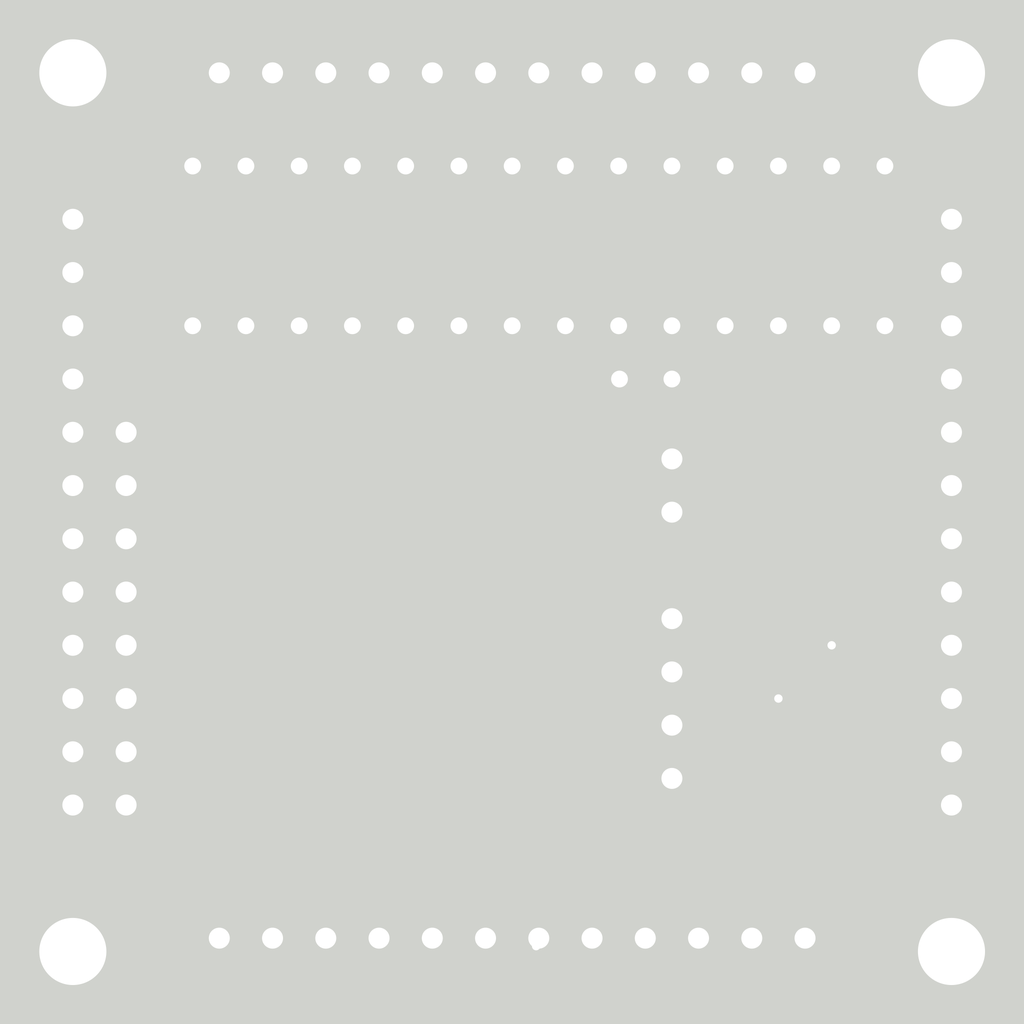
<source format=kicad_pcb>
(kicad_pcb (version 4) (host pcbnew 4.0.7+dfsg1-1~bpo9+1)

  (general
    (links 63)
    (no_connects 0)
    (area 124.46 82.55 173.990001 132.080001)
    (thickness 1.6)
    (drawings 33)
    (tracks 184)
    (zones 0)
    (modules 16)
    (nets 33)
  )

  (page A4)
  (layers
    (0 F.Cu signal)
    (31 B.Cu signal)
    (32 B.Adhes user)
    (33 F.Adhes user)
    (34 B.Paste user)
    (35 F.Paste user)
    (36 B.SilkS user)
    (37 F.SilkS user)
    (38 B.Mask user)
    (39 F.Mask user)
    (40 Dwgs.User user)
    (41 Cmts.User user)
    (42 Eco1.User user)
    (43 Eco2.User user)
    (44 Edge.Cuts user hide)
    (45 Margin user)
    (46 B.CrtYd user)
    (47 F.CrtYd user)
    (48 B.Fab user)
    (49 F.Fab user)
  )

  (setup
    (last_trace_width 0.25)
    (user_trace_width 0.5)
    (trace_clearance 0.2)
    (zone_clearance 0.508)
    (zone_45_only no)
    (trace_min 0.2)
    (segment_width 0.2)
    (edge_width 0.1)
    (via_size 0.6)
    (via_drill 0.4)
    (via_min_size 0.4)
    (via_min_drill 0.3)
    (uvia_size 0.3)
    (uvia_drill 0.1)
    (uvias_allowed no)
    (uvia_min_size 0.2)
    (uvia_min_drill 0.1)
    (pcb_text_width 0.3)
    (pcb_text_size 1.5 1.5)
    (mod_edge_width 0.15)
    (mod_text_size 1 1)
    (mod_text_width 0.15)
    (pad_size 1.5 1.5)
    (pad_drill 0.6)
    (pad_to_mask_clearance 0)
    (aux_axis_origin 0 0)
    (visible_elements FFFFFFFF)
    (pcbplotparams
      (layerselection 0x00030_80000001)
      (usegerberextensions false)
      (excludeedgelayer true)
      (linewidth 0.100000)
      (plotframeref false)
      (viasonmask false)
      (mode 1)
      (useauxorigin false)
      (hpglpennumber 1)
      (hpglpenspeed 20)
      (hpglpendiameter 15)
      (hpglpenoverlay 2)
      (psnegative false)
      (psa4output false)
      (plotreference true)
      (plotvalue true)
      (plotinvisibletext false)
      (padsonsilk false)
      (subtractmaskfromsilk false)
      (outputformat 1)
      (mirror false)
      (drillshape 1)
      (scaleselection 1)
      (outputdirectory ""))
  )

  (net 0 "")
  (net 1 /VIN)
  (net 2 /VCC)
  (net 3 /L0)
  (net 4 /L1)
  (net 5 /L2)
  (net 6 /L3)
  (net 7 /L4)
  (net 8 /L5)
  (net 9 /L6)
  (net 10 /L7)
  (net 11 "Net-(J1-Pad2)")
  (net 12 "Net-(J2-Pad2)")
  (net 13 "Net-(J3-Pad2)")
  (net 14 /GND)
  (net 15 /A7)
  (net 16 /A6)
  (net 17 /A5)
  (net 18 /A4)
  (net 19 /A3)
  (net 20 /A2)
  (net 21 /A1)
  (net 22 /A0)
  (net 23 /B7)
  (net 24 /B6)
  (net 25 /B5)
  (net 26 /B4)
  (net 27 /B3)
  (net 28 /B2)
  (net 29 /B1)
  (net 30 /B0)
  (net 31 /IA)
  (net 32 /IB)

  (net_class Default "This is the default net class."
    (clearance 0.2)
    (trace_width 0.25)
    (via_dia 0.6)
    (via_drill 0.4)
    (uvia_dia 0.3)
    (uvia_drill 0.1)
    (add_net /A0)
    (add_net /A1)
    (add_net /A2)
    (add_net /A3)
    (add_net /A4)
    (add_net /A5)
    (add_net /A6)
    (add_net /A7)
    (add_net /B0)
    (add_net /B1)
    (add_net /B2)
    (add_net /B3)
    (add_net /B4)
    (add_net /B5)
    (add_net /B6)
    (add_net /B7)
    (add_net /GND)
    (add_net /IA)
    (add_net /IB)
    (add_net /L0)
    (add_net /L1)
    (add_net /L2)
    (add_net /L3)
    (add_net /L4)
    (add_net /L5)
    (add_net /L6)
    (add_net /L7)
    (add_net /VCC)
    (add_net /VIN)
    (add_net "Net-(J1-Pad2)")
    (add_net "Net-(J2-Pad2)")
    (add_net "Net-(J3-Pad2)")
  )

  (module Socket_Strips:Socket_Strip_Straight_1x12_Pitch2.54mm (layer F.Cu) (tedit 5AE70B27) (tstamp 5AC7B350)
    (at 135.255 86.36 90)
    (descr "Through hole straight socket strip, 1x12, 2.54mm pitch, single row")
    (tags "Through hole socket strip THT 1x12 2.54mm single row")
    (path /5AC7BA28)
    (fp_text reference O2 (at 0 -2.33 90) (layer F.Fab)
      (effects (font (size 1 1) (thickness 0.15)))
    )
    (fp_text value Output (at 0 30.27 90) (layer F.Fab)
      (effects (font (size 1 1) (thickness 0.15)))
    )
    (fp_line (start -1.27 -1.27) (end -1.27 29.21) (layer F.Fab) (width 0.1))
    (fp_line (start -1.27 29.21) (end 1.27 29.21) (layer F.Fab) (width 0.1))
    (fp_line (start 1.27 29.21) (end 1.27 -1.27) (layer F.Fab) (width 0.1))
    (fp_line (start 1.27 -1.27) (end -1.27 -1.27) (layer F.Fab) (width 0.1))
    (fp_line (start -1.33 1.27) (end -1.33 29.27) (layer F.SilkS) (width 0.12))
    (fp_line (start -1.33 29.27) (end 1.33 29.27) (layer F.SilkS) (width 0.12))
    (fp_line (start 1.33 29.27) (end 1.33 1.27) (layer F.SilkS) (width 0.12))
    (fp_line (start 1.33 1.27) (end -1.33 1.27) (layer F.SilkS) (width 0.12))
    (fp_line (start -1.33 0) (end -1.33 -1.33) (layer F.SilkS) (width 0.12))
    (fp_line (start -1.33 -1.33) (end 0 -1.33) (layer F.SilkS) (width 0.12))
    (fp_line (start -1.8 -1.8) (end -1.8 29.75) (layer F.CrtYd) (width 0.05))
    (fp_line (start -1.8 29.75) (end 1.8 29.75) (layer F.CrtYd) (width 0.05))
    (fp_line (start 1.8 29.75) (end 1.8 -1.8) (layer F.CrtYd) (width 0.05))
    (fp_line (start 1.8 -1.8) (end -1.8 -1.8) (layer F.CrtYd) (width 0.05))
    (fp_text user %R (at 0 -2.33 90) (layer F.Fab)
      (effects (font (size 1 1) (thickness 0.15)))
    )
    (pad 1 thru_hole rect (at 0 0 90) (size 1.7 1.7) (drill 1) (layers *.Cu *.Mask)
      (net 1 /VIN))
    (pad 2 thru_hole oval (at 0 2.54 90) (size 1.7 1.7) (drill 1) (layers *.Cu *.Mask)
      (net 2 /VCC))
    (pad 3 thru_hole oval (at 0 5.08 90) (size 1.7 1.7) (drill 1) (layers *.Cu *.Mask)
      (net 14 /GND))
    (pad 4 thru_hole oval (at 0 7.62 90) (size 1.7 1.7) (drill 1) (layers *.Cu *.Mask))
    (pad 5 thru_hole oval (at 0 10.16 90) (size 1.7 1.7) (drill 1) (layers *.Cu *.Mask)
      (net 30 /B0))
    (pad 6 thru_hole oval (at 0 12.7 90) (size 1.7 1.7) (drill 1) (layers *.Cu *.Mask)
      (net 29 /B1))
    (pad 7 thru_hole oval (at 0 15.24 90) (size 1.7 1.7) (drill 1) (layers *.Cu *.Mask)
      (net 28 /B2))
    (pad 8 thru_hole oval (at 0 17.78 90) (size 1.7 1.7) (drill 1) (layers *.Cu *.Mask)
      (net 27 /B3))
    (pad 9 thru_hole oval (at 0 20.32 90) (size 1.7 1.7) (drill 1) (layers *.Cu *.Mask)
      (net 26 /B4))
    (pad 10 thru_hole oval (at 0 22.86 90) (size 1.7 1.7) (drill 1) (layers *.Cu *.Mask)
      (net 25 /B5))
    (pad 11 thru_hole oval (at 0 25.4 90) (size 1.7 1.7) (drill 1) (layers *.Cu *.Mask)
      (net 24 /B6))
    (pad 12 thru_hole oval (at 0 27.94 90) (size 1.7 1.7) (drill 1) (layers *.Cu *.Mask)
      (net 23 /B7))
    (model ${KISYS3DMOD}/Socket_Strips.3dshapes/Socket_Strip_Straight_1x12_Pitch2.54mm.wrl
      (at (xyz 0 -0.55 0))
      (scale (xyz 1 1 1))
      (rotate (xyz 0 0 270))
    )
  )

  (module Housings_DIP:DIP-28_W7.62mm (layer F.Cu) (tedit 5AE706B2) (tstamp 5AC33095)
    (at 133.985 98.425 90)
    (descr "28-lead dip package, row spacing 7.62 mm (300 mils)")
    (tags "DIL DIP PDIP 2.54mm 7.62mm 300mil")
    (path /5AC32B7F)
    (fp_text reference U1 (at 3.81 0.635 90) (layer F.Fab)
      (effects (font (size 1 1) (thickness 0.15)))
    )
    (fp_text value MCP23017 (at 3.81 35.41 90) (layer F.Fab)
      (effects (font (size 1 1) (thickness 0.15)))
    )
    (fp_text user %R (at 3.81 16.51 90) (layer F.Fab)
      (effects (font (size 1 1) (thickness 0.15)))
    )
    (fp_line (start 1.635 -1.27) (end 6.985 -1.27) (layer F.Fab) (width 0.1))
    (fp_line (start 6.985 -1.27) (end 6.985 34.29) (layer F.Fab) (width 0.1))
    (fp_line (start 6.985 34.29) (end 0.635 34.29) (layer F.Fab) (width 0.1))
    (fp_line (start 0.635 34.29) (end 0.635 -0.27) (layer F.Fab) (width 0.1))
    (fp_line (start 0.635 -0.27) (end 1.635 -1.27) (layer F.Fab) (width 0.1))
    (fp_line (start 2.81 -1.39) (end 1.04 -1.39) (layer F.SilkS) (width 0.12))
    (fp_line (start 1.04 -1.39) (end 1.04 34.41) (layer F.SilkS) (width 0.12))
    (fp_line (start 1.04 34.41) (end 6.58 34.41) (layer F.SilkS) (width 0.12))
    (fp_line (start 6.58 34.41) (end 6.58 -1.39) (layer F.SilkS) (width 0.12))
    (fp_line (start 6.58 -1.39) (end 4.81 -1.39) (layer F.SilkS) (width 0.12))
    (fp_line (start -1.1 -1.6) (end -1.1 34.6) (layer F.CrtYd) (width 0.05))
    (fp_line (start -1.1 34.6) (end 8.7 34.6) (layer F.CrtYd) (width 0.05))
    (fp_line (start 8.7 34.6) (end 8.7 -1.6) (layer F.CrtYd) (width 0.05))
    (fp_line (start 8.7 -1.6) (end -1.1 -1.6) (layer F.CrtYd) (width 0.05))
    (fp_arc (start 3.81 -1.39) (end 2.81 -1.39) (angle -180) (layer F.SilkS) (width 0.12))
    (pad 1 thru_hole rect (at 0 0 90) (size 1.6 1.6) (drill 0.8) (layers *.Cu *.Mask)
      (net 30 /B0))
    (pad 15 thru_hole oval (at 7.62 33.02 90) (size 1.6 1.6) (drill 0.8) (layers *.Cu *.Mask)
      (net 11 "Net-(J1-Pad2)"))
    (pad 2 thru_hole oval (at 0 2.54 90) (size 1.6 1.6) (drill 0.8) (layers *.Cu *.Mask)
      (net 29 /B1))
    (pad 16 thru_hole oval (at 7.62 30.48 90) (size 1.6 1.6) (drill 0.8) (layers *.Cu *.Mask)
      (net 12 "Net-(J2-Pad2)"))
    (pad 3 thru_hole oval (at 0 5.08 90) (size 1.6 1.6) (drill 0.8) (layers *.Cu *.Mask)
      (net 28 /B2))
    (pad 17 thru_hole oval (at 7.62 27.94 90) (size 1.6 1.6) (drill 0.8) (layers *.Cu *.Mask)
      (net 13 "Net-(J3-Pad2)"))
    (pad 4 thru_hole oval (at 0 7.62 90) (size 1.6 1.6) (drill 0.8) (layers *.Cu *.Mask)
      (net 27 /B3))
    (pad 18 thru_hole oval (at 7.62 25.4 90) (size 1.6 1.6) (drill 0.8) (layers *.Cu *.Mask)
      (net 2 /VCC))
    (pad 5 thru_hole oval (at 0 10.16 90) (size 1.6 1.6) (drill 0.8) (layers *.Cu *.Mask)
      (net 26 /B4))
    (pad 19 thru_hole oval (at 7.62 22.86 90) (size 1.6 1.6) (drill 0.8) (layers *.Cu *.Mask)
      (net 31 /IA))
    (pad 6 thru_hole oval (at 0 12.7 90) (size 1.6 1.6) (drill 0.8) (layers *.Cu *.Mask)
      (net 25 /B5))
    (pad 20 thru_hole oval (at 7.62 20.32 90) (size 1.6 1.6) (drill 0.8) (layers *.Cu *.Mask)
      (net 32 /IB))
    (pad 7 thru_hole oval (at 0 15.24 90) (size 1.6 1.6) (drill 0.8) (layers *.Cu *.Mask)
      (net 24 /B6))
    (pad 21 thru_hole oval (at 7.62 17.78 90) (size 1.6 1.6) (drill 0.8) (layers *.Cu *.Mask)
      (net 22 /A0))
    (pad 8 thru_hole oval (at 0 17.78 90) (size 1.6 1.6) (drill 0.8) (layers *.Cu *.Mask)
      (net 23 /B7))
    (pad 22 thru_hole oval (at 7.62 15.24 90) (size 1.6 1.6) (drill 0.8) (layers *.Cu *.Mask)
      (net 21 /A1))
    (pad 9 thru_hole oval (at 0 20.32 90) (size 1.6 1.6) (drill 0.8) (layers *.Cu *.Mask)
      (net 2 /VCC))
    (pad 23 thru_hole oval (at 7.62 12.7 90) (size 1.6 1.6) (drill 0.8) (layers *.Cu *.Mask)
      (net 20 /A2))
    (pad 10 thru_hole oval (at 0 22.86 90) (size 1.6 1.6) (drill 0.8) (layers *.Cu *.Mask)
      (net 14 /GND))
    (pad 24 thru_hole oval (at 7.62 10.16 90) (size 1.6 1.6) (drill 0.8) (layers *.Cu *.Mask)
      (net 19 /A3))
    (pad 11 thru_hole oval (at 0 25.4 90) (size 1.6 1.6) (drill 0.8) (layers *.Cu *.Mask))
    (pad 25 thru_hole oval (at 7.62 7.62 90) (size 1.6 1.6) (drill 0.8) (layers *.Cu *.Mask)
      (net 18 /A4))
    (pad 12 thru_hole oval (at 0 27.94 90) (size 1.6 1.6) (drill 0.8) (layers *.Cu *.Mask)
      (net 8 /L5))
    (pad 26 thru_hole oval (at 7.62 5.08 90) (size 1.6 1.6) (drill 0.8) (layers *.Cu *.Mask)
      (net 17 /A5))
    (pad 13 thru_hole oval (at 0 30.48 90) (size 1.6 1.6) (drill 0.8) (layers *.Cu *.Mask)
      (net 7 /L4))
    (pad 27 thru_hole oval (at 7.62 2.54 90) (size 1.6 1.6) (drill 0.8) (layers *.Cu *.Mask)
      (net 16 /A6))
    (pad 14 thru_hole oval (at 0 33.02 90) (size 1.6 1.6) (drill 0.8) (layers *.Cu *.Mask))
    (pad 28 thru_hole oval (at 7.62 0 90) (size 1.6 1.6) (drill 0.8) (layers *.Cu *.Mask)
      (net 15 /A7))
    (model ${KISYS3DMOD}/Housings_DIP.3dshapes/DIP-28_W7.62mm.wrl
      (at (xyz 0 0 0))
      (scale (xyz 1 1 1))
      (rotate (xyz 0 0 0))
    )
  )

  (module Socket_Strips:Socket_Strip_Straight_1x12_Pitch2.54mm (layer F.Cu) (tedit 5AE70AB4) (tstamp 5AC7B332)
    (at 163.195 127.635 270)
    (descr "Through hole straight socket strip, 1x12, 2.54mm pitch, single row")
    (tags "Through hole socket strip THT 1x12 2.54mm single row")
    (path /5AC7B49B)
    (fp_text reference O1 (at -2.54 0 360) (layer F.Fab)
      (effects (font (size 1 1) (thickness 0.15)))
    )
    (fp_text value Output (at 0 30.27 270) (layer F.Fab)
      (effects (font (size 1 1) (thickness 0.15)))
    )
    (fp_line (start -1.27 -1.27) (end -1.27 29.21) (layer F.Fab) (width 0.1))
    (fp_line (start -1.27 29.21) (end 1.27 29.21) (layer F.Fab) (width 0.1))
    (fp_line (start 1.27 29.21) (end 1.27 -1.27) (layer F.Fab) (width 0.1))
    (fp_line (start 1.27 -1.27) (end -1.27 -1.27) (layer F.Fab) (width 0.1))
    (fp_line (start -1.33 1.27) (end -1.33 29.27) (layer F.SilkS) (width 0.12))
    (fp_line (start -1.33 29.27) (end 1.33 29.27) (layer F.SilkS) (width 0.12))
    (fp_line (start 1.33 29.27) (end 1.33 1.27) (layer F.SilkS) (width 0.12))
    (fp_line (start 1.33 1.27) (end -1.33 1.27) (layer F.SilkS) (width 0.12))
    (fp_line (start -1.33 0) (end -1.33 -1.33) (layer F.SilkS) (width 0.12))
    (fp_line (start -1.33 -1.33) (end 0 -1.33) (layer F.SilkS) (width 0.12))
    (fp_line (start -1.8 -1.8) (end -1.8 29.75) (layer F.CrtYd) (width 0.05))
    (fp_line (start -1.8 29.75) (end 1.8 29.75) (layer F.CrtYd) (width 0.05))
    (fp_line (start 1.8 29.75) (end 1.8 -1.8) (layer F.CrtYd) (width 0.05))
    (fp_line (start 1.8 -1.8) (end -1.8 -1.8) (layer F.CrtYd) (width 0.05))
    (fp_text user %R (at 0 -2.33 270) (layer F.Fab)
      (effects (font (size 1 1) (thickness 0.15)))
    )
    (pad 1 thru_hole rect (at 0 0 270) (size 1.7 1.7) (drill 1) (layers *.Cu *.Mask)
      (net 1 /VIN))
    (pad 2 thru_hole oval (at 0 2.54 270) (size 1.7 1.7) (drill 1) (layers *.Cu *.Mask)
      (net 2 /VCC))
    (pad 3 thru_hole oval (at 0 5.08 270) (size 1.7 1.7) (drill 1) (layers *.Cu *.Mask)
      (net 14 /GND))
    (pad 4 thru_hole oval (at 0 7.62 270) (size 1.7 1.7) (drill 1) (layers *.Cu *.Mask))
    (pad 5 thru_hole oval (at 0 10.16 270) (size 1.7 1.7) (drill 1) (layers *.Cu *.Mask)
      (net 22 /A0))
    (pad 6 thru_hole oval (at 0 12.7 270) (size 1.7 1.7) (drill 1) (layers *.Cu *.Mask)
      (net 21 /A1))
    (pad 7 thru_hole oval (at 0 15.24 270) (size 1.7 1.7) (drill 1) (layers *.Cu *.Mask)
      (net 20 /A2))
    (pad 8 thru_hole oval (at 0 17.78 270) (size 1.7 1.7) (drill 1) (layers *.Cu *.Mask)
      (net 19 /A3))
    (pad 9 thru_hole oval (at 0 20.32 270) (size 1.7 1.7) (drill 1) (layers *.Cu *.Mask)
      (net 18 /A4))
    (pad 10 thru_hole oval (at 0 22.86 270) (size 1.7 1.7) (drill 1) (layers *.Cu *.Mask)
      (net 17 /A5))
    (pad 11 thru_hole oval (at 0 25.4 270) (size 1.7 1.7) (drill 1) (layers *.Cu *.Mask)
      (net 16 /A6))
    (pad 12 thru_hole oval (at 0 27.94 270) (size 1.7 1.7) (drill 1) (layers *.Cu *.Mask)
      (net 15 /A7))
    (model ${KISYS3DMOD}/Socket_Strips.3dshapes/Socket_Strip_Straight_1x12_Pitch2.54mm.wrl
      (at (xyz 0 -0.55 0))
      (scale (xyz 1 1 1))
      (rotate (xyz 0 0 270))
    )
  )

  (module Mounting_Holes:MountingHole_3.2mm_M3 (layer F.Cu) (tedit 5AE70ADD) (tstamp 5ACA4CBC)
    (at 128.27 86.36)
    (descr "Mounting Hole 3.2mm, no annular, M3")
    (tags "mounting hole 3.2mm no annular m3")
    (fp_text reference M3 (at 0 2.54) (layer F.Fab)
      (effects (font (size 1 1) (thickness 0.15)))
    )
    (fp_text value "" (at 0 4.2) (layer F.Fab) hide
      (effects (font (size 1 1) (thickness 0.15)))
    )
    (fp_circle (center 0 0) (end 3.2 0) (layer Cmts.User) (width 0.15))
    (fp_circle (center 0 0) (end 3.45 0) (layer F.CrtYd) (width 0.05))
    (pad 1 np_thru_hole circle (at 0 0) (size 3.2 3.2) (drill 3.2) (layers *.Cu *.Mask))
  )

  (module Mounting_Holes:MountingHole_3.2mm_M3 (layer F.Cu) (tedit 5AE70ADA) (tstamp 5ACA4CC9)
    (at 170.18 86.36)
    (descr "Mounting Hole 3.2mm, no annular, M3")
    (tags "mounting hole 3.2mm no annular m3")
    (fp_text reference M3 (at 0 2.54) (layer F.Fab)
      (effects (font (size 1 1) (thickness 0.15)))
    )
    (fp_text value "" (at 0 4.2) (layer F.Fab) hide
      (effects (font (size 1 1) (thickness 0.15)))
    )
    (fp_circle (center 0 0) (end 3.2 0) (layer Cmts.User) (width 0.15))
    (fp_circle (center 0 0) (end 3.45 0) (layer F.CrtYd) (width 0.05))
    (pad 1 np_thru_hole circle (at 0 0) (size 3.2 3.2) (drill 3.2) (layers *.Cu *.Mask))
  )

  (module Mounting_Holes:MountingHole_3.2mm_M3 (layer F.Cu) (tedit 5AC24739) (tstamp 5ACA4CD6)
    (at 170.18 128.27)
    (descr "Mounting Hole 3.2mm, no annular, M3")
    (tags "mounting hole 3.2mm no annular m3")
    (fp_text reference "" (at 0 -4.2) (layer F.SilkS) hide
      (effects (font (size 1 1) (thickness 0.15)))
    )
    (fp_text value M3 (at -3.175 0) (layer F.Fab)
      (effects (font (size 1 1) (thickness 0.15)))
    )
    (fp_circle (center 0 0) (end 3.2 0) (layer Cmts.User) (width 0.15))
    (fp_circle (center 0 0) (end 3.45 0) (layer F.CrtYd) (width 0.05))
    (pad 1 np_thru_hole circle (at 0 0) (size 3.2 3.2) (drill 3.2) (layers *.Cu *.Mask))
  )

  (module Mounting_Holes:MountingHole_3.2mm_M3 (layer F.Cu) (tedit 5AC24710) (tstamp 5ACA4CE3)
    (at 128.27 128.27)
    (descr "Mounting Hole 3.2mm, no annular, M3")
    (tags "mounting hole 3.2mm no annular m3")
    (fp_text reference "" (at 0 -4.2) (layer F.SilkS) hide
      (effects (font (size 1 1) (thickness 0.15)))
    )
    (fp_text value M3 (at 3.175 0) (layer F.Fab)
      (effects (font (size 1 1) (thickness 0.15)))
    )
    (fp_circle (center 0 0) (end 3.2 0) (layer Cmts.User) (width 0.15))
    (fp_circle (center 0 0) (end 3.45 0) (layer F.CrtYd) (width 0.05))
    (pad 1 np_thru_hole circle (at 0 0) (size 3.2 3.2) (drill 3.2) (layers *.Cu *.Mask))
  )

  (module Pin_Headers:Pin_Header_Straight_1x02_Pitch2.54mm (layer F.Cu) (tedit 5AC34AC1) (tstamp 5AC33FF8)
    (at 156.845 104.775)
    (descr "Through hole straight pin header, 1x02, 2.54mm pitch, single row")
    (tags "Through hole pin header THT 1x02 2.54mm single row")
    (path /5AC33FEE)
    (fp_text reference U2 (at 0 -2.33) (layer F.Fab)
      (effects (font (size 1 1) (thickness 0.15)))
    )
    (fp_text value Header2 (at 0 -5.08 90) (layer F.Fab)
      (effects (font (size 1 1) (thickness 0.15)))
    )
    (fp_line (start -0.635 -1.27) (end 1.27 -1.27) (layer F.Fab) (width 0.1))
    (fp_line (start 1.27 -1.27) (end 1.27 3.81) (layer F.Fab) (width 0.1))
    (fp_line (start 1.27 3.81) (end -1.27 3.81) (layer F.Fab) (width 0.1))
    (fp_line (start -1.27 3.81) (end -1.27 -0.635) (layer F.Fab) (width 0.1))
    (fp_line (start -1.27 -0.635) (end -0.635 -1.27) (layer F.Fab) (width 0.1))
    (fp_line (start -1.33 3.87) (end 1.33 3.87) (layer F.SilkS) (width 0.12))
    (fp_line (start -1.33 1.27) (end -1.33 3.87) (layer F.SilkS) (width 0.12))
    (fp_line (start 1.33 1.27) (end 1.33 3.87) (layer F.SilkS) (width 0.12))
    (fp_line (start -1.33 1.27) (end 1.33 1.27) (layer F.SilkS) (width 0.12))
    (fp_line (start -1.33 0) (end -1.33 -1.33) (layer F.SilkS) (width 0.12))
    (fp_line (start -1.33 -1.33) (end 0 -1.33) (layer F.SilkS) (width 0.12))
    (fp_line (start -1.8 -1.8) (end -1.8 4.35) (layer F.CrtYd) (width 0.05))
    (fp_line (start -1.8 4.35) (end 1.8 4.35) (layer F.CrtYd) (width 0.05))
    (fp_line (start 1.8 4.35) (end 1.8 -1.8) (layer F.CrtYd) (width 0.05))
    (fp_line (start 1.8 -1.8) (end -1.8 -1.8) (layer F.CrtYd) (width 0.05))
    (fp_text user %R (at 0 1.27 90) (layer F.Fab)
      (effects (font (size 1 1) (thickness 0.15)))
    )
    (pad 1 thru_hole rect (at 0 0) (size 1.7 1.7) (drill 1) (layers *.Cu *.Mask)
      (net 31 /IA))
    (pad 2 thru_hole oval (at 0 2.54) (size 1.7 1.7) (drill 1) (layers *.Cu *.Mask)
      (net 32 /IB))
    (model ${KISYS3DMOD}/Pin_Headers.3dshapes/Pin_Header_Straight_1x02_Pitch2.54mm.wrl
      (at (xyz 0 0 0))
      (scale (xyz 1 1 1))
      (rotate (xyz 0 0 0))
    )
  )

  (module Pin_Headers:Pin_Header_Straight_1x08_Pitch2.54mm (layer F.Cu) (tedit 5AE70B4E) (tstamp 5AC34CAF)
    (at 130.81 103.505)
    (descr "Through hole straight pin header, 1x08, 2.54mm pitch, single row")
    (tags "Through hole pin header THT 1x08 2.54mm single row")
    (path /5AC34BA3)
    (fp_text reference H1 (at 0 -2.33) (layer F.Fab)
      (effects (font (size 1 1) (thickness 0.15)))
    )
    (fp_text value Headers8 (at 0 20.11) (layer F.Fab)
      (effects (font (size 1 1) (thickness 0.15)))
    )
    (fp_line (start -0.635 -1.27) (end 1.27 -1.27) (layer F.Fab) (width 0.1))
    (fp_line (start 1.27 -1.27) (end 1.27 19.05) (layer F.Fab) (width 0.1))
    (fp_line (start 1.27 19.05) (end -1.27 19.05) (layer F.Fab) (width 0.1))
    (fp_line (start -1.27 19.05) (end -1.27 -0.635) (layer F.Fab) (width 0.1))
    (fp_line (start -1.27 -0.635) (end -0.635 -1.27) (layer F.Fab) (width 0.1))
    (fp_line (start -1.33 19.11) (end 1.33 19.11) (layer F.SilkS) (width 0.12))
    (fp_line (start -1.33 1.27) (end -1.33 19.11) (layer F.SilkS) (width 0.12))
    (fp_line (start 1.33 1.27) (end 1.33 19.11) (layer F.SilkS) (width 0.12))
    (fp_line (start -1.33 1.27) (end 1.33 1.27) (layer F.SilkS) (width 0.12))
    (fp_line (start -1.33 0) (end -1.33 -1.33) (layer F.SilkS) (width 0.12))
    (fp_line (start -1.33 -1.33) (end 0 -1.33) (layer F.SilkS) (width 0.12))
    (fp_line (start -1.8 -1.8) (end -1.8 19.55) (layer F.CrtYd) (width 0.05))
    (fp_line (start -1.8 19.55) (end 1.8 19.55) (layer F.CrtYd) (width 0.05))
    (fp_line (start 1.8 19.55) (end 1.8 -1.8) (layer F.CrtYd) (width 0.05))
    (fp_line (start 1.8 -1.8) (end -1.8 -1.8) (layer F.CrtYd) (width 0.05))
    (fp_text user %R (at 0 8.89 90) (layer F.Fab)
      (effects (font (size 1 1) (thickness 0.15)))
    )
    (pad 1 thru_hole rect (at 0 0) (size 1.7 1.7) (drill 1) (layers *.Cu *.Mask)
      (net 3 /L0))
    (pad 2 thru_hole oval (at 0 2.54) (size 1.7 1.7) (drill 1) (layers *.Cu *.Mask)
      (net 4 /L1))
    (pad 3 thru_hole oval (at 0 5.08) (size 1.7 1.7) (drill 1) (layers *.Cu *.Mask)
      (net 5 /L2))
    (pad 4 thru_hole oval (at 0 7.62) (size 1.7 1.7) (drill 1) (layers *.Cu *.Mask)
      (net 6 /L3))
    (pad 5 thru_hole oval (at 0 10.16) (size 1.7 1.7) (drill 1) (layers *.Cu *.Mask)
      (net 7 /L4))
    (pad 6 thru_hole oval (at 0 12.7) (size 1.7 1.7) (drill 1) (layers *.Cu *.Mask)
      (net 8 /L5))
    (pad 7 thru_hole oval (at 0 15.24) (size 1.7 1.7) (drill 1) (layers *.Cu *.Mask)
      (net 9 /L6))
    (pad 8 thru_hole oval (at 0 17.78) (size 1.7 1.7) (drill 1) (layers *.Cu *.Mask)
      (net 10 /L7))
    (model ${KISYS3DMOD}/Pin_Headers.3dshapes/Pin_Header_Straight_1x08_Pitch2.54mm.wrl
      (at (xyz 0 0 0))
      (scale (xyz 1 1 1))
      (rotate (xyz 0 0 0))
    )
  )

  (module Connectors:GS3 (layer B.Cu) (tedit 5AE7034F) (tstamp 5AC7B025)
    (at 167.005 94.615 180)
    (descr "3-pin solder bridge")
    (tags "solder bridge")
    (path /5AC7B0E5)
    (attr smd)
    (fp_text reference J1 (at 0 -3.175 180) (layer B.SilkS)
      (effects (font (size 1 1) (thickness 0.15)) (justify mirror))
    )
    (fp_text value GS3 (at 1.8 0 450) (layer B.Fab)
      (effects (font (size 1 1) (thickness 0.15)) (justify mirror))
    )
    (fp_line (start -1.15 2.15) (end 1.15 2.15) (layer B.CrtYd) (width 0.05))
    (fp_line (start 1.15 2.15) (end 1.15 -2.15) (layer B.CrtYd) (width 0.05))
    (fp_line (start 1.15 -2.15) (end -1.15 -2.15) (layer B.CrtYd) (width 0.05))
    (fp_line (start -1.15 -2.15) (end -1.15 2.15) (layer B.CrtYd) (width 0.05))
    (fp_line (start -0.89 1.91) (end -0.89 -1.91) (layer B.SilkS) (width 0.12))
    (fp_line (start -0.89 -1.91) (end 0.89 -1.91) (layer B.SilkS) (width 0.12))
    (fp_line (start 0.89 -1.91) (end 0.89 1.91) (layer B.SilkS) (width 0.12))
    (fp_line (start -0.89 1.91) (end 0.89 1.91) (layer B.SilkS) (width 0.12))
    (pad 1 smd rect (at 0 1.27 180) (size 1.27 0.97) (layers B.Cu B.Paste B.Mask)
      (net 2 /VCC))
    (pad 2 smd rect (at 0 0 180) (size 1.27 0.97) (layers B.Cu B.Paste B.Mask)
      (net 11 "Net-(J1-Pad2)"))
    (pad 3 smd rect (at 0 -1.27 180) (size 1.27 0.97) (layers B.Cu B.Paste B.Mask)
      (net 14 /GND))
  )

  (module Connectors:GS3 (layer B.Cu) (tedit 5AE70353) (tstamp 5AC7B034)
    (at 163.195 94.615 180)
    (descr "3-pin solder bridge")
    (tags "solder bridge")
    (path /5AC7B1FC)
    (attr smd)
    (fp_text reference J2 (at 0 -3.175 180) (layer B.SilkS)
      (effects (font (size 1 1) (thickness 0.15)) (justify mirror))
    )
    (fp_text value GS3 (at 1.8 0 450) (layer B.Fab)
      (effects (font (size 1 1) (thickness 0.15)) (justify mirror))
    )
    (fp_line (start -1.15 2.15) (end 1.15 2.15) (layer B.CrtYd) (width 0.05))
    (fp_line (start 1.15 2.15) (end 1.15 -2.15) (layer B.CrtYd) (width 0.05))
    (fp_line (start 1.15 -2.15) (end -1.15 -2.15) (layer B.CrtYd) (width 0.05))
    (fp_line (start -1.15 -2.15) (end -1.15 2.15) (layer B.CrtYd) (width 0.05))
    (fp_line (start -0.89 1.91) (end -0.89 -1.91) (layer B.SilkS) (width 0.12))
    (fp_line (start -0.89 -1.91) (end 0.89 -1.91) (layer B.SilkS) (width 0.12))
    (fp_line (start 0.89 -1.91) (end 0.89 1.91) (layer B.SilkS) (width 0.12))
    (fp_line (start -0.89 1.91) (end 0.89 1.91) (layer B.SilkS) (width 0.12))
    (pad 1 smd rect (at 0 1.27 180) (size 1.27 0.97) (layers B.Cu B.Paste B.Mask)
      (net 2 /VCC))
    (pad 2 smd rect (at 0 0 180) (size 1.27 0.97) (layers B.Cu B.Paste B.Mask)
      (net 12 "Net-(J2-Pad2)"))
    (pad 3 smd rect (at 0 -1.27 180) (size 1.27 0.97) (layers B.Cu B.Paste B.Mask)
      (net 14 /GND))
  )

  (module Connectors:GS3 (layer B.Cu) (tedit 5AE7034C) (tstamp 5AC7B043)
    (at 159.385 94.615 180)
    (descr "3-pin solder bridge")
    (tags "solder bridge")
    (path /5AC7B231)
    (attr smd)
    (fp_text reference J3 (at -0.127 -3.302 180) (layer B.SilkS)
      (effects (font (size 1 1) (thickness 0.15)) (justify mirror))
    )
    (fp_text value GS3 (at 1.8 0 450) (layer B.Fab)
      (effects (font (size 1 1) (thickness 0.15)) (justify mirror))
    )
    (fp_line (start -1.15 2.15) (end 1.15 2.15) (layer B.CrtYd) (width 0.05))
    (fp_line (start 1.15 2.15) (end 1.15 -2.15) (layer B.CrtYd) (width 0.05))
    (fp_line (start 1.15 -2.15) (end -1.15 -2.15) (layer B.CrtYd) (width 0.05))
    (fp_line (start -1.15 -2.15) (end -1.15 2.15) (layer B.CrtYd) (width 0.05))
    (fp_line (start -0.89 1.91) (end -0.89 -1.91) (layer B.SilkS) (width 0.12))
    (fp_line (start -0.89 -1.91) (end 0.89 -1.91) (layer B.SilkS) (width 0.12))
    (fp_line (start 0.89 -1.91) (end 0.89 1.91) (layer B.SilkS) (width 0.12))
    (fp_line (start -0.89 1.91) (end 0.89 1.91) (layer B.SilkS) (width 0.12))
    (pad 1 smd rect (at 0 1.27 180) (size 1.27 0.97) (layers B.Cu B.Paste B.Mask)
      (net 2 /VCC))
    (pad 2 smd rect (at 0 0 180) (size 1.27 0.97) (layers B.Cu B.Paste B.Mask)
      (net 13 "Net-(J3-Pad2)"))
    (pad 3 smd rect (at 0 -1.27 180) (size 1.27 0.97) (layers B.Cu B.Paste B.Mask)
      (net 14 /GND))
  )

  (module Pin_Headers:Pin_Header_Straight_1x04_Pitch2.54mm (layer F.Cu) (tedit 5AE6FB7E) (tstamp 5AC7B100)
    (at 156.845 120.015 180)
    (descr "Through hole straight pin header, 1x04, 2.54mm pitch, single row")
    (tags "Through hole pin header THT 1x04 2.54mm single row")
    (path /5AC33E90)
    (fp_text reference I2C1 (at 0 -2.33 180) (layer F.Fab)
      (effects (font (size 1 1) (thickness 0.15)))
    )
    (fp_text value I2CHeader (at 0 9.95 180) (layer F.Fab)
      (effects (font (size 1 1) (thickness 0.15)))
    )
    (fp_line (start -0.635 -1.27) (end 1.27 -1.27) (layer F.Fab) (width 0.1))
    (fp_line (start 1.27 -1.27) (end 1.27 8.89) (layer F.Fab) (width 0.1))
    (fp_line (start 1.27 8.89) (end -1.27 8.89) (layer F.Fab) (width 0.1))
    (fp_line (start -1.27 8.89) (end -1.27 -0.635) (layer F.Fab) (width 0.1))
    (fp_line (start -1.27 -0.635) (end -0.635 -1.27) (layer F.Fab) (width 0.1))
    (fp_line (start -1.33 8.95) (end 1.33 8.95) (layer F.SilkS) (width 0.12))
    (fp_line (start -1.33 1.27) (end -1.33 8.95) (layer F.SilkS) (width 0.12))
    (fp_line (start 1.33 1.27) (end 1.33 8.95) (layer F.SilkS) (width 0.12))
    (fp_line (start -1.33 1.27) (end 1.33 1.27) (layer F.SilkS) (width 0.12))
    (fp_line (start -1.33 0) (end -1.33 -1.33) (layer F.SilkS) (width 0.12))
    (fp_line (start -1.33 -1.33) (end 0 -1.33) (layer F.SilkS) (width 0.12))
    (fp_line (start -1.8 -1.8) (end -1.8 9.4) (layer F.CrtYd) (width 0.05))
    (fp_line (start -1.8 9.4) (end 1.8 9.4) (layer F.CrtYd) (width 0.05))
    (fp_line (start 1.8 9.4) (end 1.8 -1.8) (layer F.CrtYd) (width 0.05))
    (fp_line (start 1.8 -1.8) (end -1.8 -1.8) (layer F.CrtYd) (width 0.05))
    (fp_text user %R (at 0 3.81 270) (layer F.Fab)
      (effects (font (size 1 1) (thickness 0.15)))
    )
    (pad 1 thru_hole rect (at 0 0 180) (size 1.7 1.7) (drill 1) (layers *.Cu *.Mask)
      (net 14 /GND))
    (pad 2 thru_hole oval (at 0 2.54 180) (size 1.7 1.7) (drill 1) (layers *.Cu *.Mask)
      (net 2 /VCC))
    (pad 3 thru_hole oval (at 0 5.08 180) (size 1.7 1.7) (drill 1) (layers *.Cu *.Mask)
      (net 8 /L5))
    (pad 4 thru_hole oval (at 0 7.62 180) (size 1.7 1.7) (drill 1) (layers *.Cu *.Mask)
      (net 7 /L4))
    (model ${KISYS3DMOD}/Pin_Headers.3dshapes/Pin_Header_Straight_1x04_Pitch2.54mm.wrl
      (at (xyz 0 0 0))
      (scale (xyz 1 1 1))
      (rotate (xyz 0 0 0))
    )
  )

  (module Socket_Strips:Socket_Strip_Straight_1x12_Pitch2.54mm (layer F.Cu) (tedit 5AE70CE6) (tstamp 5AC7B36E)
    (at 170.18 93.345)
    (descr "Through hole straight socket strip, 1x12, 2.54mm pitch, single row")
    (tags "Through hole socket strip THT 1x12 2.54mm single row")
    (path /5AC7BD75)
    (fp_text reference O3 (at 0 -2.33) (layer F.Fab)
      (effects (font (size 1 1) (thickness 0.15)))
    )
    (fp_text value SerialOutput (at 1.905 20.32 90) (layer F.Fab)
      (effects (font (size 1 1) (thickness 0.15)))
    )
    (fp_line (start -1.27 -1.27) (end -1.27 29.21) (layer F.Fab) (width 0.1))
    (fp_line (start -1.27 29.21) (end 1.27 29.21) (layer F.Fab) (width 0.1))
    (fp_line (start 1.27 29.21) (end 1.27 -1.27) (layer F.Fab) (width 0.1))
    (fp_line (start 1.27 -1.27) (end -1.27 -1.27) (layer F.Fab) (width 0.1))
    (fp_line (start -1.33 1.27) (end -1.33 29.27) (layer F.SilkS) (width 0.12))
    (fp_line (start -1.33 29.27) (end 1.33 29.27) (layer F.SilkS) (width 0.12))
    (fp_line (start 1.33 29.27) (end 1.33 1.27) (layer F.SilkS) (width 0.12))
    (fp_line (start 1.33 1.27) (end -1.33 1.27) (layer F.SilkS) (width 0.12))
    (fp_line (start -1.33 0) (end -1.33 -1.33) (layer F.SilkS) (width 0.12))
    (fp_line (start -1.33 -1.33) (end 0 -1.33) (layer F.SilkS) (width 0.12))
    (fp_line (start -1.8 -1.8) (end -1.8 29.75) (layer F.CrtYd) (width 0.05))
    (fp_line (start -1.8 29.75) (end 1.8 29.75) (layer F.CrtYd) (width 0.05))
    (fp_line (start 1.8 29.75) (end 1.8 -1.8) (layer F.CrtYd) (width 0.05))
    (fp_line (start 1.8 -1.8) (end -1.8 -1.8) (layer F.CrtYd) (width 0.05))
    (fp_text user %R (at 0 -2.33) (layer F.Fab)
      (effects (font (size 1 1) (thickness 0.15)))
    )
    (pad 1 thru_hole rect (at 0 0) (size 1.7 1.7) (drill 1) (layers *.Cu *.Mask)
      (net 1 /VIN))
    (pad 2 thru_hole oval (at 0 2.54) (size 1.7 1.7) (drill 1) (layers *.Cu *.Mask)
      (net 2 /VCC))
    (pad 3 thru_hole oval (at 0 5.08) (size 1.7 1.7) (drill 1) (layers *.Cu *.Mask)
      (net 14 /GND))
    (pad 4 thru_hole oval (at 0 7.62) (size 1.7 1.7) (drill 1) (layers *.Cu *.Mask))
    (pad 5 thru_hole oval (at 0 10.16) (size 1.7 1.7) (drill 1) (layers *.Cu *.Mask)
      (net 3 /L0))
    (pad 6 thru_hole oval (at 0 12.7) (size 1.7 1.7) (drill 1) (layers *.Cu *.Mask)
      (net 4 /L1))
    (pad 7 thru_hole oval (at 0 15.24) (size 1.7 1.7) (drill 1) (layers *.Cu *.Mask)
      (net 5 /L2))
    (pad 8 thru_hole oval (at 0 17.78) (size 1.7 1.7) (drill 1) (layers *.Cu *.Mask)
      (net 6 /L3))
    (pad 9 thru_hole oval (at 0 20.32) (size 1.7 1.7) (drill 1) (layers *.Cu *.Mask)
      (net 7 /L4))
    (pad 10 thru_hole oval (at 0 22.86) (size 1.7 1.7) (drill 1) (layers *.Cu *.Mask)
      (net 8 /L5))
    (pad 11 thru_hole oval (at 0 25.4) (size 1.7 1.7) (drill 1) (layers *.Cu *.Mask)
      (net 9 /L6))
    (pad 12 thru_hole oval (at 0 27.94) (size 1.7 1.7) (drill 1) (layers *.Cu *.Mask)
      (net 10 /L7))
    (model ${KISYS3DMOD}/Socket_Strips.3dshapes/Socket_Strip_Straight_1x12_Pitch2.54mm.wrl
      (at (xyz 0 -0.55 0))
      (scale (xyz 1 1 1))
      (rotate (xyz 0 0 270))
    )
  )

  (module Socket_Strips:Socket_Strip_Straight_1x12_Pitch2.54mm (layer F.Cu) (tedit 5AE70CEF) (tstamp 5AC7BA58)
    (at 128.27 93.345)
    (descr "Through hole straight socket strip, 1x12, 2.54mm pitch, single row")
    (tags "Through hole socket strip THT 1x12 2.54mm single row")
    (path /5AC7BF99)
    (fp_text reference I1 (at 0 -2.33) (layer F.Fab)
      (effects (font (size 1 1) (thickness 0.15)))
    )
    (fp_text value SerialInput (at 0 21.59 90) (layer F.Fab)
      (effects (font (size 1 1) (thickness 0.15)))
    )
    (fp_line (start -1.27 -1.27) (end -1.27 29.21) (layer F.Fab) (width 0.1))
    (fp_line (start -1.27 29.21) (end 1.27 29.21) (layer F.Fab) (width 0.1))
    (fp_line (start 1.27 29.21) (end 1.27 -1.27) (layer F.Fab) (width 0.1))
    (fp_line (start 1.27 -1.27) (end -1.27 -1.27) (layer F.Fab) (width 0.1))
    (fp_line (start -1.33 1.27) (end -1.33 29.27) (layer F.SilkS) (width 0.12))
    (fp_line (start -1.33 29.27) (end 1.33 29.27) (layer F.SilkS) (width 0.12))
    (fp_line (start 1.33 29.27) (end 1.33 1.27) (layer F.SilkS) (width 0.12))
    (fp_line (start 1.33 1.27) (end -1.33 1.27) (layer F.SilkS) (width 0.12))
    (fp_line (start -1.33 0) (end -1.33 -1.33) (layer F.SilkS) (width 0.12))
    (fp_line (start -1.33 -1.33) (end 0 -1.33) (layer F.SilkS) (width 0.12))
    (fp_line (start -1.8 -1.8) (end -1.8 29.75) (layer F.CrtYd) (width 0.05))
    (fp_line (start -1.8 29.75) (end 1.8 29.75) (layer F.CrtYd) (width 0.05))
    (fp_line (start 1.8 29.75) (end 1.8 -1.8) (layer F.CrtYd) (width 0.05))
    (fp_line (start 1.8 -1.8) (end -1.8 -1.8) (layer F.CrtYd) (width 0.05))
    (fp_text user %R (at 0 -2.33) (layer F.Fab)
      (effects (font (size 1 1) (thickness 0.15)))
    )
    (pad 1 thru_hole rect (at 0 0) (size 1.7 1.7) (drill 1) (layers *.Cu *.Mask)
      (net 1 /VIN))
    (pad 2 thru_hole oval (at 0 2.54) (size 1.7 1.7) (drill 1) (layers *.Cu *.Mask)
      (net 2 /VCC))
    (pad 3 thru_hole oval (at 0 5.08) (size 1.7 1.7) (drill 1) (layers *.Cu *.Mask)
      (net 14 /GND))
    (pad 4 thru_hole oval (at 0 7.62) (size 1.7 1.7) (drill 1) (layers *.Cu *.Mask))
    (pad 5 thru_hole oval (at 0 10.16) (size 1.7 1.7) (drill 1) (layers *.Cu *.Mask)
      (net 3 /L0))
    (pad 6 thru_hole oval (at 0 12.7) (size 1.7 1.7) (drill 1) (layers *.Cu *.Mask)
      (net 4 /L1))
    (pad 7 thru_hole oval (at 0 15.24) (size 1.7 1.7) (drill 1) (layers *.Cu *.Mask)
      (net 5 /L2))
    (pad 8 thru_hole oval (at 0 17.78) (size 1.7 1.7) (drill 1) (layers *.Cu *.Mask)
      (net 6 /L3))
    (pad 9 thru_hole oval (at 0 20.32) (size 1.7 1.7) (drill 1) (layers *.Cu *.Mask)
      (net 7 /L4))
    (pad 10 thru_hole oval (at 0 22.86) (size 1.7 1.7) (drill 1) (layers *.Cu *.Mask)
      (net 8 /L5))
    (pad 11 thru_hole oval (at 0 25.4) (size 1.7 1.7) (drill 1) (layers *.Cu *.Mask)
      (net 9 /L6))
    (pad 12 thru_hole oval (at 0 27.94) (size 1.7 1.7) (drill 1) (layers *.Cu *.Mask)
      (net 10 /L7))
    (model ${KISYS3DMOD}/Socket_Strips.3dshapes/Socket_Strip_Straight_1x12_Pitch2.54mm.wrl
      (at (xyz 0 -0.55 0))
      (scale (xyz 1 1 1))
      (rotate (xyz 0 0 270))
    )
  )

  (module Capacitors_THT:C_Disc_D3.8mm_W2.6mm_P2.50mm (layer F.Cu) (tedit 5AE70C76) (tstamp 5AE6FD57)
    (at 156.845 100.965 180)
    (descr "C, Disc series, Radial, pin pitch=2.50mm, , diameter*width=3.8*2.6mm^2, Capacitor, http://www.vishay.com/docs/45233/krseries.pdf")
    (tags "C Disc series Radial pin pitch 2.50mm  diameter 3.8mm width 2.6mm Capacitor")
    (path /5AE6FD71)
    (fp_text reference C1 (at -2.54 0 180) (layer F.SilkS)
      (effects (font (size 1 1) (thickness 0.15)))
    )
    (fp_text value C (at 1.25 2.61 180) (layer F.Fab)
      (effects (font (size 1 1) (thickness 0.15)))
    )
    (fp_line (start -0.65 -1.3) (end -0.65 1.3) (layer F.Fab) (width 0.1))
    (fp_line (start -0.65 1.3) (end 3.15 1.3) (layer F.Fab) (width 0.1))
    (fp_line (start 3.15 1.3) (end 3.15 -1.3) (layer F.Fab) (width 0.1))
    (fp_line (start 3.15 -1.3) (end -0.65 -1.3) (layer F.Fab) (width 0.1))
    (fp_line (start -0.71 -1.36) (end 3.21 -1.36) (layer F.SilkS) (width 0.12))
    (fp_line (start -0.71 1.36) (end 3.21 1.36) (layer F.SilkS) (width 0.12))
    (fp_line (start -0.71 -1.36) (end -0.71 -0.75) (layer F.SilkS) (width 0.12))
    (fp_line (start -0.71 0.75) (end -0.71 1.36) (layer F.SilkS) (width 0.12))
    (fp_line (start 3.21 -1.36) (end 3.21 -0.75) (layer F.SilkS) (width 0.12))
    (fp_line (start 3.21 0.75) (end 3.21 1.36) (layer F.SilkS) (width 0.12))
    (fp_line (start -1.05 -1.65) (end -1.05 1.65) (layer F.CrtYd) (width 0.05))
    (fp_line (start -1.05 1.65) (end 3.55 1.65) (layer F.CrtYd) (width 0.05))
    (fp_line (start 3.55 1.65) (end 3.55 -1.65) (layer F.CrtYd) (width 0.05))
    (fp_line (start 3.55 -1.65) (end -1.05 -1.65) (layer F.CrtYd) (width 0.05))
    (fp_text user %R (at 1.25 0 180) (layer F.Fab)
      (effects (font (size 1 1) (thickness 0.15)))
    )
    (pad 1 thru_hole circle (at 0 0 180) (size 1.6 1.6) (drill 0.8) (layers *.Cu *.Mask)
      (net 14 /GND))
    (pad 2 thru_hole circle (at 2.5 0 180) (size 1.6 1.6) (drill 0.8) (layers *.Cu *.Mask)
      (net 2 /VCC))
    (model ${KISYS3DMOD}/Capacitors_THT.3dshapes/C_Disc_D3.8mm_W2.6mm_P2.50mm.wrl
      (at (xyz 0 0 0))
      (scale (xyz 1 1 1))
      (rotate (xyz 0 0 0))
    )
  )

  (gr_text MCP23017 (at 141.605 100.965) (layer F.SilkS)
    (effects (font (size 1.5 1.5) (thickness 0.3)))
  )
  (gr_text SCL (at 159.385 114.935) (layer F.SilkS)
    (effects (font (size 1.5 1.5) (thickness 0.3)) (justify left))
  )
  (gr_text VCC (at 159.385 117.475) (layer F.SilkS)
    (effects (font (size 1.5 1.5) (thickness 0.3)) (justify left))
  )
  (gr_text GND (at 159.385 120.015) (layer F.SilkS)
    (effects (font (size 1.5 1.5) (thickness 0.3)) (justify left))
  )
  (gr_text SDA (at 159.385 112.395) (layer F.SilkS)
    (effects (font (size 1.5 1.5) (thickness 0.3)) (justify left))
  )
  (gr_text B (at 159.385 107.315) (layer F.SilkS)
    (effects (font (size 1.5 1.5) (thickness 0.3)))
  )
  (gr_text A (at 159.385 104.775) (layer F.SilkS)
    (effects (font (size 1.5 1.5) (thickness 0.3)))
  )
  (gr_text 7 (at 163.195 88.9) (layer F.SilkS)
    (effects (font (size 1.5 1.5) (thickness 0.3)))
  )
  (gr_text 6 (at 160.655 88.9) (layer F.SilkS)
    (effects (font (size 1.5 1.5) (thickness 0.3)))
  )
  (gr_text 5 (at 158.115 88.9) (layer F.SilkS)
    (effects (font (size 1.5 1.5) (thickness 0.3)))
  )
  (gr_text 4 (at 155.575 88.9) (layer F.SilkS)
    (effects (font (size 1.5 1.5) (thickness 0.3)))
  )
  (gr_text 3 (at 153.035 88.9) (layer F.SilkS)
    (effects (font (size 1.5 1.5) (thickness 0.3)))
  )
  (gr_text 2 (at 150.495 88.9) (layer F.SilkS)
    (effects (font (size 1.5 1.5) (thickness 0.3)))
  )
  (gr_text 1 (at 147.955 88.9) (layer F.SilkS)
    (effects (font (size 1.5 1.5) (thickness 0.3)))
  )
  (gr_text 0 (at 145.415 88.9) (layer F.SilkS)
    (effects (font (size 1.5 1.5) (thickness 0.3)))
  )
  (gr_text 7 (at 135.255 124.46) (layer F.SilkS)
    (effects (font (size 1.5 1.5) (thickness 0.3)))
  )
  (gr_text 6 (at 137.795 124.46) (layer F.SilkS)
    (effects (font (size 1.5 1.5) (thickness 0.3)))
  )
  (gr_text 5 (at 140.335 124.46) (layer F.SilkS)
    (effects (font (size 1.5 1.5) (thickness 0.3)))
  )
  (gr_text 4 (at 142.875 124.46) (layer F.SilkS)
    (effects (font (size 1.5 1.5) (thickness 0.3)))
  )
  (gr_text 3 (at 145.415 124.46) (layer F.SilkS)
    (effects (font (size 1.5 1.5) (thickness 0.3)))
  )
  (gr_text 2 (at 147.955 124.46) (layer F.SilkS)
    (effects (font (size 1.5 1.5) (thickness 0.3)))
  )
  (gr_text 1 (at 150.495 124.46) (layer F.SilkS)
    (effects (font (size 1.5 1.5) (thickness 0.3)))
  )
  (gr_text 0 (at 153.035 124.46) (layer F.SilkS)
    (effects (font (size 1.5 1.5) (thickness 0.3)))
  )
  (gr_text 0 (at 157.48 95.885) (layer B.SilkS)
    (effects (font (size 1.5 1.5) (thickness 0.3)) (justify mirror))
  )
  (gr_text 1 (at 157.48 93.345) (layer B.SilkS)
    (effects (font (size 1.5 1.5) (thickness 0.3)) (justify mirror))
  )
  (gr_text "I²C Address" (at 149.225 94.615) (layer B.SilkS)
    (effects (font (size 1.5 1.5) (thickness 0.3)) (justify mirror))
  )
  (gr_text Interrupt (at 149.225 106.045) (layer F.SilkS)
    (effects (font (size 1.5 1.5) (thickness 0.3)))
  )
  (gr_text MCP2307 (at 146.05 94.615) (layer F.SilkS)
    (effects (font (size 1.5 1.5) (thickness 0.3)))
  )
  (gr_text A (at 165.735 127.635) (layer F.SilkS)
    (effects (font (size 1.5 1.5) (thickness 0.3)))
  )
  (gr_text B (at 165.735 86.36) (layer F.SilkS)
    (effects (font (size 1.5 1.5) (thickness 0.3)))
  )
  (gr_text Thru (at 170.18 123.825) (layer F.SilkS)
    (effects (font (size 1.5 1.5) (thickness 0.3)))
  )
  (gr_text Serial (at 129.54 123.825) (layer F.SilkS)
    (effects (font (size 1.5 1.5) (thickness 0.3)))
  )
  (gr_text "I²C IO Expander\nv1.0\nnickthecoder.co.uk" (at 133.35 114.935) (layer F.SilkS)
    (effects (font (size 1.5 1.5) (thickness 0.3)) (justify left))
  )

  (segment (start 135.255 86.36) (end 137.16 84.455) (width 0.5) (layer F.Cu) (net 1) (status 10))
  (segment (start 170.18 92.075) (end 170.18 93.345) (width 0.5) (layer F.Cu) (net 1) (tstamp 5AE70201) (status 20))
  (segment (start 166.37 88.265) (end 170.18 92.075) (width 0.5) (layer F.Cu) (net 1) (tstamp 5AE70200))
  (segment (start 166.37 86.36) (end 166.37 88.265) (width 0.5) (layer F.Cu) (net 1) (tstamp 5AE701FF))
  (segment (start 164.465 84.455) (end 166.37 86.36) (width 0.5) (layer F.Cu) (net 1) (tstamp 5AE701FE))
  (segment (start 137.16 84.455) (end 164.465 84.455) (width 0.5) (layer F.Cu) (net 1) (tstamp 5AE701FD))
  (segment (start 128.27 93.345) (end 128.27 92.075) (width 0.5) (layer F.Cu) (net 1) (status 10))
  (segment (start 133.985 86.36) (end 135.255 86.36) (width 0.5) (layer F.Cu) (net 1) (tstamp 5AE701FA) (status 20))
  (segment (start 128.27 92.075) (end 133.985 86.36) (width 0.5) (layer F.Cu) (net 1) (tstamp 5AE701F9))
  (segment (start 163.068 128.016) (end 161.036 130.048) (width 0.5) (layer B.Cu) (net 1) (status 10))
  (segment (start 133.604 130.048) (end 132.588 129.032) (width 0.5) (layer B.Cu) (net 1) (tstamp 5ACBC4D0))
  (segment (start 132.588 129.032) (end 132.588 127) (width 0.5) (layer B.Cu) (net 1) (tstamp 5ACBC4D1))
  (segment (start 132.588 127) (end 130.048 124.46) (width 0.5) (layer B.Cu) (net 1) (tstamp 5ACBC4D2))
  (segment (start 161.036 130.048) (end 133.604 130.048) (width 0.5) (layer B.Cu) (net 1) (tstamp 5ACBC4CF))
  (segment (start 130.048 124.46) (end 128.016 124.46) (width 0.5) (layer B.Cu) (net 1) (tstamp 5ACBC4D3))
  (segment (start 128.016 124.46) (end 125.984 122.428) (width 0.5) (layer B.Cu) (net 1) (tstamp 5ACBC4D4))
  (segment (start 125.984 122.428) (end 125.984 95.631) (width 0.5) (layer B.Cu) (net 1) (tstamp 5ACBC4D5))
  (segment (start 125.984 95.631) (end 128.27 93.345) (width 0.5) (layer B.Cu) (net 1) (tstamp 5ACBC4D6) (status 20))
  (segment (start 167.005 93.345) (end 168.275 92.075) (width 0.25) (layer B.Cu) (net 2))
  (segment (start 168.275 92.075) (end 168.275 89.535) (width 0.25) (layer B.Cu) (net 2) (tstamp 5AE708AE))
  (segment (start 163.195 93.345) (end 163.195 90.17) (width 0.25) (layer B.Cu) (net 2))
  (segment (start 163.195 90.17) (end 161.925 88.9) (width 0.25) (layer B.Cu) (net 2) (tstamp 5AE708A4))
  (segment (start 157.48 88.9) (end 161.925 88.9) (width 0.5) (layer B.Cu) (net 2))
  (segment (start 161.925 88.9) (end 167.64 88.9) (width 0.5) (layer B.Cu) (net 2) (tstamp 5AE708AA))
  (segment (start 167.64 88.9) (end 168.275 89.535) (width 0.5) (layer B.Cu) (net 2) (tstamp 5AE7088B))
  (segment (start 172.085 93.98) (end 170.18 95.885) (width 0.5) (layer B.Cu) (net 2) (tstamp 5AE70897))
  (segment (start 168.275 89.535) (end 169.545 90.805) (width 0.5) (layer B.Cu) (net 2) (tstamp 5AE708B1))
  (segment (start 169.545 90.805) (end 170.18 90.805) (width 0.5) (layer B.Cu) (net 2) (tstamp 5AE70890))
  (segment (start 170.18 90.805) (end 172.085 92.71) (width 0.5) (layer B.Cu) (net 2) (tstamp 5AE70894))
  (segment (start 172.085 92.71) (end 172.085 93.98) (width 0.5) (layer B.Cu) (net 2) (tstamp 5AE70896))
  (segment (start 159.385 93.345) (end 159.385 90.805) (width 0.25) (layer B.Cu) (net 2))
  (segment (start 167.005 93.345) (end 167.64 93.345) (width 0.25) (layer B.Cu) (net 2))
  (segment (start 154.345 100.965) (end 133.35 100.965) (width 0.5) (layer F.Cu) (net 2) (status 10))
  (segment (start 133.35 100.965) (end 128.27 95.885) (width 0.5) (layer F.Cu) (net 2) (tstamp 5AE70644) (status 20))
  (segment (start 160.655 127.635) (end 160.655 121.285) (width 0.5) (layer B.Cu) (net 2) (status 10))
  (segment (start 160.655 121.285) (end 156.845 117.475) (width 0.5) (layer B.Cu) (net 2) (tstamp 5AE704DE) (status 20))
  (segment (start 154.305 98.425) (end 154.305 100.925) (width 0.5) (layer B.Cu) (net 2) (status 30))
  (segment (start 137.795 86.36) (end 137.795 86.995) (width 0.5) (layer B.Cu) (net 2) (status 30))
  (segment (start 137.795 86.995) (end 139.7 88.9) (width 0.5) (layer B.Cu) (net 2) (tstamp 5AE70331) (status 10))
  (segment (start 157.48 88.9) (end 159.385 90.805) (width 0.5) (layer B.Cu) (net 2) (tstamp 5AE70333) (status 20))
  (segment (start 139.7 88.9) (end 157.48 88.9) (width 0.5) (layer B.Cu) (net 2) (tstamp 5AE70332))
  (segment (start 128.27 95.885) (end 128.905 95.885) (width 0.5) (layer F.Cu) (net 2) (status 30))
  (segment (start 128.905 95.885) (end 131.445 93.345) (width 0.5) (layer F.Cu) (net 2) (tstamp 5AE702AC) (status 10))
  (segment (start 135.255 88.9) (end 137.795 86.36) (width 0.5) (layer F.Cu) (net 2) (tstamp 5AE702B1) (status 20))
  (segment (start 133.35 88.9) (end 135.255 88.9) (width 0.5) (layer F.Cu) (net 2) (tstamp 5AE702B0))
  (segment (start 131.445 90.805) (end 133.35 88.9) (width 0.5) (layer F.Cu) (net 2) (tstamp 5AE702AF))
  (segment (start 131.445 93.345) (end 131.445 90.805) (width 0.5) (layer F.Cu) (net 2) (tstamp 5AE702AD))
  (segment (start 128.27 95.885) (end 128.27 96.266) (width 0.5) (layer F.Cu) (net 2) (status 30))
  (segment (start 128.27 96.266) (end 125.984 98.552) (width 0.5) (layer F.Cu) (net 2) (tstamp 5ACBC4BA) (status 10))
  (segment (start 158.496 130.048) (end 160.528 128.016) (width 0.5) (layer F.Cu) (net 2) (tstamp 5ACBC4CB) (status 20))
  (segment (start 133.604 130.048) (end 158.496 130.048) (width 0.5) (layer F.Cu) (net 2) (tstamp 5ACBC4CA))
  (segment (start 132.588 129.032) (end 133.604 130.048) (width 0.5) (layer F.Cu) (net 2) (tstamp 5ACBC4C9))
  (segment (start 132.588 127) (end 132.588 129.032) (width 0.5) (layer F.Cu) (net 2) (tstamp 5ACBC4C7))
  (segment (start 125.984 98.552) (end 125.984 122.428) (width 0.5) (layer F.Cu) (net 2) (tstamp 5ACBC4BC))
  (segment (start 130.048 124.46) (end 132.588 127) (width 0.5) (layer F.Cu) (net 2) (tstamp 5ACBC4C5))
  (segment (start 128.016 124.46) (end 130.048 124.46) (width 0.5) (layer F.Cu) (net 2) (tstamp 5ACBC4C3))
  (segment (start 125.984 122.428) (end 128.016 124.46) (width 0.5) (layer F.Cu) (net 2) (tstamp 5ACBC4C2))
  (segment (start 154.305 100.925) (end 154.345 100.965) (width 0.5) (layer B.Cu) (net 2) (tstamp 5AE7033A) (status 30))
  (segment (start 148.59 103.505) (end 170.18 103.505) (width 0.25) (layer F.Cu) (net 3))
  (segment (start 130.81 103.505) (end 148.59 103.505) (width 0.25) (layer F.Cu) (net 3) (status 10))
  (segment (start 130.81 103.505) (end 128.27 103.505) (width 0.25) (layer F.Cu) (net 3) (status 30))
  (segment (start 170.18 106.045) (end 128.27 106.045) (width 0.25) (layer F.Cu) (net 4) (status 30))
  (segment (start 128.27 106.045) (end 130.81 106.045) (width 0.25) (layer F.Cu) (net 4) (status 30))
  (segment (start 170.18 108.585) (end 128.27 108.585) (width 0.25) (layer F.Cu) (net 5) (status 30))
  (segment (start 128.27 108.585) (end 130.81 108.585) (width 0.25) (layer F.Cu) (net 5) (status 30))
  (segment (start 128.27 111.125) (end 170.18 111.125) (width 0.25) (layer F.Cu) (net 6) (status 30))
  (segment (start 128.27 111.125) (end 130.81 111.125) (width 0.25) (layer F.Cu) (net 6) (status 30))
  (segment (start 164.465 98.425) (end 164.465 113.665) (width 0.25) (layer B.Cu) (net 7))
  (via (at 164.465 113.665) (size 0.6) (drill 0.4) (layers F.Cu B.Cu) (net 7))
  (segment (start 156.845 112.395) (end 155.575 113.665) (width 0.25) (layer F.Cu) (net 7) (status 10))
  (segment (start 170.18 113.665) (end 164.465 113.665) (width 0.25) (layer F.Cu) (net 7) (status 10))
  (segment (start 164.465 113.665) (end 155.575 113.665) (width 0.25) (layer F.Cu) (net 7) (tstamp 5AE7085D) (status 10))
  (segment (start 155.575 113.665) (end 137.16 113.665) (width 0.25) (layer F.Cu) (net 7) (tstamp 5AE704E9))
  (segment (start 170.18 113.665) (end 137.16 113.665) (width 0.25) (layer F.Cu) (net 7) (status 10))
  (segment (start 128.27 113.665) (end 130.81 113.665) (width 0.25) (layer F.Cu) (net 7) (status 30))
  (segment (start 128.905 113.665) (end 128.27 113.665) (width 0.25) (layer B.Cu) (net 7) (tstamp 5AC7BD97) (status 30))
  (segment (start 128.27 113.665) (end 137.16 113.665) (width 0.25) (layer F.Cu) (net 7) (status 10))
  (segment (start 161.925 98.425) (end 161.925 116.205) (width 0.25) (layer B.Cu) (net 8))
  (via (at 161.925 116.205) (size 0.6) (drill 0.4) (layers F.Cu B.Cu) (net 8))
  (segment (start 156.845 114.935) (end 155.575 116.205) (width 0.25) (layer F.Cu) (net 8) (status 10))
  (segment (start 128.27 116.205) (end 155.575 116.205) (width 0.25) (layer F.Cu) (net 8) (status 10))
  (segment (start 155.575 116.205) (end 161.925 116.205) (width 0.25) (layer F.Cu) (net 8) (tstamp 5AE704E5) (status 20))
  (segment (start 161.925 116.205) (end 170.18 116.205) (width 0.25) (layer F.Cu) (net 8) (tstamp 5AE70855) (status 20))
  (segment (start 128.27 116.205) (end 130.81 116.205) (width 0.25) (layer F.Cu) (net 8) (status 30))
  (segment (start 170.18 118.745) (end 128.27 118.745) (width 0.25) (layer F.Cu) (net 9) (status 30))
  (segment (start 128.27 118.745) (end 130.81 118.745) (width 0.25) (layer F.Cu) (net 9) (status 30))
  (segment (start 128.27 118.745) (end 128.905 118.745) (width 0.25) (layer F.Cu) (net 9) (status 30))
  (segment (start 128.27 121.285) (end 170.18 121.285) (width 0.25) (layer F.Cu) (net 10) (status 30))
  (segment (start 128.27 121.285) (end 130.81 121.285) (width 0.25) (layer F.Cu) (net 10) (status 30))
  (segment (start 165.735 93.98) (end 166.37 94.615) (width 0.25) (layer B.Cu) (net 11))
  (segment (start 166.37 94.615) (end 167.005 94.615) (width 0.25) (layer B.Cu) (net 11) (tstamp 5AE708C0))
  (segment (start 165.735 92.075) (end 167.005 90.805) (width 0.25) (layer B.Cu) (net 11) (tstamp 5AE707F9))
  (segment (start 165.735 93.98) (end 165.735 92.075) (width 0.25) (layer B.Cu) (net 11) (tstamp 5AE708BD))
  (segment (start 164.465 90.805) (end 164.465 93.98) (width 0.25) (layer B.Cu) (net 12))
  (segment (start 164.465 93.98) (end 163.83 94.615) (width 0.25) (layer B.Cu) (net 12) (tstamp 5AE70841))
  (segment (start 163.83 94.615) (end 163.195 94.615) (width 0.25) (layer B.Cu) (net 12) (tstamp 5AE70842))
  (segment (start 159.385 94.615) (end 160.02 94.615) (width 0.25) (layer B.Cu) (net 13))
  (segment (start 160.02 94.615) (end 161.925 92.71) (width 0.25) (layer B.Cu) (net 13) (tstamp 5AE70830))
  (segment (start 161.925 92.71) (end 161.925 90.805) (width 0.25) (layer B.Cu) (net 13) (tstamp 5AE70831))
  (segment (start 133.985 90.805) (end 132.715 92.075) (width 0.25) (layer B.Cu) (net 15) (status 10))
  (segment (start 135.255 104.14) (end 135.255 127.635) (width 0.25) (layer B.Cu) (net 15) (tstamp 5AE705DB) (status 20))
  (segment (start 132.715 101.6) (end 135.255 104.14) (width 0.25) (layer B.Cu) (net 15) (tstamp 5AE705DA))
  (segment (start 132.715 92.075) (end 132.715 101.6) (width 0.25) (layer B.Cu) (net 15) (tstamp 5AE705D9))
  (segment (start 137.795 104.14) (end 135.255 101.6) (width 0.25) (layer B.Cu) (net 16))
  (segment (start 135.255 92.075) (end 136.525 90.805) (width 0.25) (layer B.Cu) (net 16) (tstamp 5AE705E7) (status 20))
  (segment (start 135.255 101.6) (end 135.255 92.075) (width 0.25) (layer B.Cu) (net 16) (tstamp 5AE705E6))
  (segment (start 137.795 127.635) (end 137.795 104.14) (width 0.25) (layer B.Cu) (net 16) (status 10))
  (segment (start 140.335 104.14) (end 137.795 101.6) (width 0.25) (layer B.Cu) (net 17))
  (segment (start 137.795 92.075) (end 139.065 90.805) (width 0.25) (layer B.Cu) (net 17) (tstamp 5AE705EE) (status 20))
  (segment (start 137.795 101.6) (end 137.795 92.075) (width 0.25) (layer B.Cu) (net 17) (tstamp 5AE705ED))
  (segment (start 140.335 127.635) (end 140.335 104.14) (width 0.25) (layer B.Cu) (net 17) (status 10))
  (segment (start 142.875 104.14) (end 140.335 101.6) (width 0.25) (layer B.Cu) (net 18))
  (segment (start 140.335 92.075) (end 141.605 90.805) (width 0.25) (layer B.Cu) (net 18) (tstamp 5AE705F5) (status 20))
  (segment (start 140.335 101.6) (end 140.335 92.075) (width 0.25) (layer B.Cu) (net 18) (tstamp 5AE705F4))
  (segment (start 142.875 127.635) (end 142.875 104.14) (width 0.25) (layer B.Cu) (net 18) (status 10))
  (segment (start 145.415 104.14) (end 142.875 101.6) (width 0.25) (layer B.Cu) (net 19))
  (segment (start 142.875 92.075) (end 144.145 90.805) (width 0.25) (layer B.Cu) (net 19) (tstamp 5AE705FC) (status 20))
  (segment (start 142.875 101.6) (end 142.875 92.075) (width 0.25) (layer B.Cu) (net 19) (tstamp 5AE705FB))
  (segment (start 145.415 127.635) (end 145.415 104.14) (width 0.25) (layer B.Cu) (net 19) (status 10))
  (segment (start 147.955 104.14) (end 145.415 101.6) (width 0.25) (layer B.Cu) (net 20))
  (segment (start 145.415 92.075) (end 146.685 90.805) (width 0.25) (layer B.Cu) (net 20) (tstamp 5AE70603) (status 20))
  (segment (start 145.415 101.6) (end 145.415 92.075) (width 0.25) (layer B.Cu) (net 20) (tstamp 5AE70602))
  (segment (start 147.955 127.635) (end 147.955 104.14) (width 0.25) (layer B.Cu) (net 20) (status 10))
  (segment (start 150.495 104.14) (end 147.955 101.6) (width 0.25) (layer B.Cu) (net 21))
  (segment (start 147.955 92.075) (end 149.225 90.805) (width 0.25) (layer B.Cu) (net 21) (tstamp 5AE70610) (status 20))
  (segment (start 147.955 101.6) (end 147.955 92.075) (width 0.25) (layer B.Cu) (net 21) (tstamp 5AE7060F))
  (segment (start 150.495 127.635) (end 150.495 104.14) (width 0.25) (layer B.Cu) (net 21) (status 10))
  (via (at 150.368 128.016) (size 0.6) (drill 0.4) (layers F.Cu B.Cu) (net 21) (status 30))
  (segment (start 153.035 104.14) (end 150.495 101.6) (width 0.25) (layer B.Cu) (net 22))
  (segment (start 150.495 92.075) (end 151.765 90.805) (width 0.25) (layer B.Cu) (net 22) (tstamp 5AE70617) (status 20))
  (segment (start 150.495 101.6) (end 150.495 92.075) (width 0.25) (layer B.Cu) (net 22) (tstamp 5AE70616))
  (segment (start 153.035 127.635) (end 153.035 104.14) (width 0.25) (layer B.Cu) (net 22) (status 10))
  (segment (start 152.781 128.016) (end 152.908 128.016) (width 0.25) (layer B.Cu) (net 22) (tstamp 5ACBC642) (status 30))
  (segment (start 158.115 96.52) (end 159.385 96.52) (width 0.25) (layer F.Cu) (net 23))
  (segment (start 163.195 92.71) (end 163.195 91.44) (width 0.25) (layer F.Cu) (net 23) (tstamp 5AE708D0))
  (segment (start 159.385 96.52) (end 163.195 92.71) (width 0.25) (layer F.Cu) (net 23) (tstamp 5AE708CE))
  (segment (start 163.195 86.36) (end 163.195 91.44) (width 0.25) (layer F.Cu) (net 23) (status 10))
  (segment (start 153.67 96.52) (end 151.765 98.425) (width 0.25) (layer F.Cu) (net 23) (tstamp 5AE70455) (status 20))
  (segment (start 158.115 96.52) (end 153.67 96.52) (width 0.25) (layer F.Cu) (net 23) (tstamp 5AE707DE))
  (segment (start 156.845 95.25) (end 157.48 95.25) (width 0.25) (layer F.Cu) (net 24))
  (segment (start 160.655 92.075) (end 160.655 91.44) (width 0.25) (layer F.Cu) (net 24) (tstamp 5AE708D8))
  (segment (start 157.48 95.25) (end 160.655 92.075) (width 0.25) (layer F.Cu) (net 24) (tstamp 5AE708D7))
  (segment (start 160.655 86.36) (end 160.655 91.44) (width 0.25) (layer F.Cu) (net 24) (status 10))
  (segment (start 152.4 95.25) (end 149.225 98.425) (width 0.25) (layer F.Cu) (net 24) (tstamp 5AE7045D) (status 20))
  (segment (start 156.845 95.25) (end 152.4 95.25) (width 0.25) (layer F.Cu) (net 24) (tstamp 5AE707D8))
  (segment (start 158.115 91.44) (end 155.575 93.98) (width 0.25) (layer F.Cu) (net 25))
  (segment (start 158.115 86.36) (end 158.115 91.44) (width 0.25) (layer F.Cu) (net 25) (status 10))
  (segment (start 151.13 93.98) (end 146.685 98.425) (width 0.25) (layer F.Cu) (net 25) (tstamp 5AE70466) (status 20))
  (segment (start 155.575 93.98) (end 151.13 93.98) (width 0.25) (layer F.Cu) (net 25) (tstamp 5AE707D2))
  (segment (start 155.575 86.36) (end 155.575 91.44) (width 0.25) (layer F.Cu) (net 26) (status 10))
  (segment (start 149.86 92.71) (end 144.145 98.425) (width 0.25) (layer F.Cu) (net 26) (tstamp 5AE7046E) (status 20))
  (segment (start 154.305 92.71) (end 149.86 92.71) (width 0.25) (layer F.Cu) (net 26) (tstamp 5AE7046C))
  (segment (start 155.575 91.44) (end 154.305 92.71) (width 0.25) (layer F.Cu) (net 26) (tstamp 5AE7046A))
  (segment (start 141.605 98.425) (end 147.955 92.075) (width 0.25) (layer F.Cu) (net 27) (status 10))
  (segment (start 149.86 89.535) (end 153.035 86.36) (width 0.25) (layer F.Cu) (net 27) (tstamp 5AE70475) (status 20))
  (segment (start 148.59 89.535) (end 149.86 89.535) (width 0.25) (layer F.Cu) (net 27) (tstamp 5AE70474))
  (segment (start 147.955 90.17) (end 148.59 89.535) (width 0.25) (layer F.Cu) (net 27) (tstamp 5AE70473))
  (segment (start 147.955 92.075) (end 147.955 90.17) (width 0.25) (layer F.Cu) (net 27) (tstamp 5AE70472))
  (segment (start 139.065 98.425) (end 145.415 92.075) (width 0.25) (layer F.Cu) (net 28) (status 10))
  (segment (start 147.955 88.9) (end 150.495 86.36) (width 0.25) (layer F.Cu) (net 28) (tstamp 5AE7047C) (status 20))
  (segment (start 146.685 88.9) (end 147.955 88.9) (width 0.25) (layer F.Cu) (net 28) (tstamp 5AE7047B))
  (segment (start 145.415 90.17) (end 146.685 88.9) (width 0.25) (layer F.Cu) (net 28) (tstamp 5AE7047A))
  (segment (start 145.415 92.075) (end 145.415 90.17) (width 0.25) (layer F.Cu) (net 28) (tstamp 5AE70479))
  (segment (start 147.955 86.36) (end 146.05 88.265) (width 0.25) (layer F.Cu) (net 29) (status 10))
  (segment (start 142.875 92.075) (end 136.525 98.425) (width 0.25) (layer F.Cu) (net 29) (tstamp 5AE70485) (status 20))
  (segment (start 142.875 90.17) (end 142.875 92.075) (width 0.25) (layer F.Cu) (net 29) (tstamp 5AE70483))
  (segment (start 144.78 88.265) (end 142.875 90.17) (width 0.25) (layer F.Cu) (net 29) (tstamp 5AE70481))
  (segment (start 146.05 88.265) (end 144.78 88.265) (width 0.25) (layer F.Cu) (net 29) (tstamp 5AE70480))
  (segment (start 133.985 98.425) (end 140.335 92.075) (width 0.25) (layer F.Cu) (net 30) (status 10))
  (segment (start 144.145 87.63) (end 145.415 86.36) (width 0.25) (layer F.Cu) (net 30) (tstamp 5AE7048D) (status 20))
  (segment (start 142.875 87.63) (end 144.145 87.63) (width 0.25) (layer F.Cu) (net 30) (tstamp 5AE7048B))
  (segment (start 140.335 90.17) (end 142.875 87.63) (width 0.25) (layer F.Cu) (net 30) (tstamp 5AE7048A))
  (segment (start 140.335 92.075) (end 140.335 90.17) (width 0.25) (layer F.Cu) (net 30) (tstamp 5AE70489))
  (segment (start 155.575 102.235) (end 156.845 103.505) (width 0.25) (layer B.Cu) (net 31))
  (segment (start 156.845 103.505) (end 156.845 104.775) (width 0.25) (layer B.Cu) (net 31) (tstamp 5AE709F6) (status 800000))
  (segment (start 155.575 92.075) (end 156.845 90.805) (width 0.25) (layer B.Cu) (net 31) (tstamp 5AE70700))
  (segment (start 155.575 102.235) (end 155.575 92.075) (width 0.25) (layer B.Cu) (net 31) (tstamp 5AE706FF))
  (segment (start 154.305 90.805) (end 153.035 92.075) (width 0.25) (layer B.Cu) (net 32) (status 400000))
  (segment (start 154.94 106.045) (end 154.94 104.775) (width 0.25) (layer B.Cu) (net 32) (tstamp 5AE70A01))
  (segment (start 154.94 106.045) (end 156.21 107.315) (width 0.25) (layer B.Cu) (net 32) (tstamp 5AE70A00) (status 800000))
  (segment (start 154.94 103.505) (end 154.94 104.775) (width 0.25) (layer B.Cu) (net 32) (tstamp 5AE70A17))
  (segment (start 153.035 101.6) (end 154.94 103.505) (width 0.25) (layer B.Cu) (net 32) (tstamp 5AE70A15))
  (segment (start 153.035 92.075) (end 153.035 101.6) (width 0.25) (layer B.Cu) (net 32) (tstamp 5AE70A14))
  (segment (start 156.845 107.315) (end 156.21 107.315) (width 0.25) (layer B.Cu) (net 32) (status C00000))

  (zone (net 0) (net_name "") (layer Edge.Cuts) (tstamp 5AC24303) (hatch edge 0.508)
    (connect_pads (clearance 0.508))
    (min_thickness 0.001)
    (fill yes (arc_segments 16) (thermal_gap 0.508) (thermal_bridge_width 0.508))
    (polygon
      (pts
        (xy 173.99 132.08) (xy 124.46 132.08) (xy 124.46 82.55) (xy 173.99 82.55)
      )
    )
    (filled_polygon
      (pts
        (xy 173.9895 132.0795) (xy 124.4605 132.0795) (xy 124.4605 82.5505) (xy 173.9895 82.5505)
      )
    )
  )
  (zone (net 14) (net_name /GND) (layer B.Cu) (tstamp 5AC245F7) (hatch edge 0.508)
    (connect_pads (clearance 0.508))
    (min_thickness 0.254)
    (fill yes (arc_segments 16) (thermal_gap 0.508) (thermal_bridge_width 0.508))
    (polygon
      (pts
        (xy 172.72 130.81) (xy 125.73 130.81) (xy 125.73 83.82) (xy 172.72 83.82)
      )
    )
    (filled_polygon
      (pts
        (xy 172.593 91.966421) (xy 170.80579 90.17921) (xy 170.518675 89.987367) (xy 170.462484 89.97619) (xy 170.18 89.919999)
        (xy 170.179995 89.92) (xy 169.911579 89.92) (xy 168.26579 88.27421) (xy 168.234999 88.253636) (xy 167.978675 88.082367)
        (xy 167.922484 88.07119) (xy 167.64 88.014999) (xy 167.639995 88.015) (xy 157.480005 88.015) (xy 157.48 88.014999)
        (xy 157.479995 88.015) (xy 140.066579 88.015) (xy 139.764638 87.713058) (xy 139.97811 87.801476) (xy 140.208 87.680155)
        (xy 140.208 86.487) (xy 140.188 86.487) (xy 140.188 86.233) (xy 140.208 86.233) (xy 140.208 85.039845)
        (xy 140.462 85.039845) (xy 140.462 86.233) (xy 140.482 86.233) (xy 140.482 86.487) (xy 140.462 86.487)
        (xy 140.462 87.680155) (xy 140.69189 87.801476) (xy 141.101924 87.631645) (xy 141.530183 87.241358) (xy 141.597298 87.098447)
        (xy 141.824946 87.439147) (xy 142.306715 87.761054) (xy 142.875 87.874093) (xy 143.443285 87.761054) (xy 143.925054 87.439147)
        (xy 144.145 87.109974) (xy 144.364946 87.439147) (xy 144.846715 87.761054) (xy 145.415 87.874093) (xy 145.983285 87.761054)
        (xy 146.465054 87.439147) (xy 146.685 87.109974) (xy 146.904946 87.439147) (xy 147.386715 87.761054) (xy 147.955 87.874093)
        (xy 148.523285 87.761054) (xy 149.005054 87.439147) (xy 149.225 87.109974) (xy 149.444946 87.439147) (xy 149.926715 87.761054)
        (xy 150.495 87.874093) (xy 151.063285 87.761054) (xy 151.545054 87.439147) (xy 151.765 87.109974) (xy 151.984946 87.439147)
        (xy 152.466715 87.761054) (xy 153.035 87.874093) (xy 153.603285 87.761054) (xy 154.085054 87.439147) (xy 154.305 87.109974)
        (xy 154.524946 87.439147) (xy 155.006715 87.761054) (xy 155.575 87.874093) (xy 156.143285 87.761054) (xy 156.625054 87.439147)
        (xy 156.845 87.109974) (xy 157.064946 87.439147) (xy 157.546715 87.761054) (xy 158.115 87.874093) (xy 158.683285 87.761054)
        (xy 159.165054 87.439147) (xy 159.385 87.109974) (xy 159.604946 87.439147) (xy 160.086715 87.761054) (xy 160.655 87.874093)
        (xy 161.223285 87.761054) (xy 161.705054 87.439147) (xy 161.925 87.109974) (xy 162.144946 87.439147) (xy 162.626715 87.761054)
        (xy 163.195 87.874093) (xy 163.763285 87.761054) (xy 164.245054 87.439147) (xy 164.566961 86.957378) (xy 164.597744 86.802619)
        (xy 167.944613 86.802619) (xy 168.284155 87.624372) (xy 168.912321 88.253636) (xy 169.733481 88.594611) (xy 170.622619 88.595387)
        (xy 171.444372 88.255845) (xy 172.073636 87.627679) (xy 172.414611 86.806519) (xy 172.415387 85.917381) (xy 172.075845 85.095628)
        (xy 171.447679 84.466364) (xy 170.626519 84.125389) (xy 169.737381 84.124613) (xy 168.915628 84.464155) (xy 168.286364 85.092321)
        (xy 167.945389 85.913481) (xy 167.944613 86.802619) (xy 164.597744 86.802619) (xy 164.68 86.389093) (xy 164.68 86.330907)
        (xy 164.566961 85.762622) (xy 164.245054 85.280853) (xy 163.763285 84.958946) (xy 163.195 84.845907) (xy 162.626715 84.958946)
        (xy 162.144946 85.280853) (xy 161.925 85.610026) (xy 161.705054 85.280853) (xy 161.223285 84.958946) (xy 160.655 84.845907)
        (xy 160.086715 84.958946) (xy 159.604946 85.280853) (xy 159.385 85.610026) (xy 159.165054 85.280853) (xy 158.683285 84.958946)
        (xy 158.115 84.845907) (xy 157.546715 84.958946) (xy 157.064946 85.280853) (xy 156.845 85.610026) (xy 156.625054 85.280853)
        (xy 156.143285 84.958946) (xy 155.575 84.845907) (xy 155.006715 84.958946) (xy 154.524946 85.280853) (xy 154.305 85.610026)
        (xy 154.085054 85.280853) (xy 153.603285 84.958946) (xy 153.035 84.845907) (xy 152.466715 84.958946) (xy 151.984946 85.280853)
        (xy 151.765 85.610026) (xy 151.545054 85.280853) (xy 151.063285 84.958946) (xy 150.495 84.845907) (xy 149.926715 84.958946)
        (xy 149.444946 85.280853) (xy 149.225 85.610026) (xy 149.005054 85.280853) (xy 148.523285 84.958946) (xy 147.955 84.845907)
        (xy 147.386715 84.958946) (xy 146.904946 85.280853) (xy 146.685 85.610026) (xy 146.465054 85.280853) (xy 145.983285 84.958946)
        (xy 145.415 84.845907) (xy 144.846715 84.958946) (xy 144.364946 85.280853) (xy 144.145 85.610026) (xy 143.925054 85.280853)
        (xy 143.443285 84.958946) (xy 142.875 84.845907) (xy 142.306715 84.958946) (xy 141.824946 85.280853) (xy 141.597298 85.621553)
        (xy 141.530183 85.478642) (xy 141.101924 85.088355) (xy 140.69189 84.918524) (xy 140.462 85.039845) (xy 140.208 85.039845)
        (xy 139.97811 84.918524) (xy 139.568076 85.088355) (xy 139.139817 85.478642) (xy 139.072702 85.621553) (xy 138.845054 85.280853)
        (xy 138.363285 84.958946) (xy 137.795 84.845907) (xy 137.226715 84.958946) (xy 136.744946 85.280853) (xy 136.71715 85.322452)
        (xy 136.708162 85.274683) (xy 136.56909 85.058559) (xy 136.35689 84.913569) (xy 136.105 84.86256) (xy 134.405 84.86256)
        (xy 134.169683 84.906838) (xy 133.953559 85.04591) (xy 133.808569 85.25811) (xy 133.75756 85.51) (xy 133.75756 87.21)
        (xy 133.801838 87.445317) (xy 133.94091 87.661441) (xy 134.15311 87.806431) (xy 134.405 87.85744) (xy 136.105 87.85744)
        (xy 136.340317 87.813162) (xy 136.556441 87.67409) (xy 136.701431 87.46189) (xy 136.715086 87.394459) (xy 136.744946 87.439147)
        (xy 137.226715 87.761054) (xy 137.330023 87.781603) (xy 138.919291 89.37087) (xy 138.515849 89.45112) (xy 138.050302 89.762189)
        (xy 137.795 90.144275) (xy 137.539698 89.762189) (xy 137.074151 89.45112) (xy 136.525 89.341887) (xy 135.975849 89.45112)
        (xy 135.510302 89.762189) (xy 135.255 90.144275) (xy 134.999698 89.762189) (xy 134.534151 89.45112) (xy 133.985 89.341887)
        (xy 133.435849 89.45112) (xy 132.970302 89.762189) (xy 132.659233 90.227736) (xy 132.55 90.776887) (xy 132.55 90.833113)
        (xy 132.605096 91.110102) (xy 132.177599 91.537599) (xy 132.012852 91.784161) (xy 131.955 92.075) (xy 131.955 101.6)
        (xy 132.012852 101.890839) (xy 132.177599 102.137401) (xy 134.495 104.454802) (xy 134.495 126.362046) (xy 134.204946 126.555853)
        (xy 133.883039 127.037622) (xy 133.77 127.605907) (xy 133.77 127.664093) (xy 133.883039 128.232378) (xy 134.204946 128.714147)
        (xy 134.686715 129.036054) (xy 135.255 129.149093) (xy 135.823285 129.036054) (xy 136.305054 128.714147) (xy 136.525 128.384974)
        (xy 136.744946 128.714147) (xy 137.226715 129.036054) (xy 137.795 129.149093) (xy 138.363285 129.036054) (xy 138.845054 128.714147)
        (xy 139.065 128.384974) (xy 139.284946 128.714147) (xy 139.766715 129.036054) (xy 140.335 129.149093) (xy 140.903285 129.036054)
        (xy 141.385054 128.714147) (xy 141.605 128.384974) (xy 141.824946 128.714147) (xy 142.306715 129.036054) (xy 142.875 129.149093)
        (xy 143.443285 129.036054) (xy 143.925054 128.714147) (xy 144.145 128.384974) (xy 144.364946 128.714147) (xy 144.846715 129.036054)
        (xy 145.415 129.149093) (xy 145.983285 129.036054) (xy 146.465054 128.714147) (xy 146.685 128.384974) (xy 146.904946 128.714147)
        (xy 147.386715 129.036054) (xy 147.955 129.149093) (xy 148.523285 129.036054) (xy 149.005054 128.714147) (xy 149.225 128.384974)
        (xy 149.444946 128.714147) (xy 149.926715 129.036054) (xy 150.495 129.149093) (xy 151.063285 129.036054) (xy 151.545054 128.714147)
        (xy 151.765 128.384974) (xy 151.984946 128.714147) (xy 152.466715 129.036054) (xy 153.035 129.149093) (xy 153.603285 129.036054)
        (xy 154.085054 128.714147) (xy 154.305 128.384974) (xy 154.524946 128.714147) (xy 155.006715 129.036054) (xy 155.575 129.149093)
        (xy 156.143285 129.036054) (xy 156.625054 128.714147) (xy 156.852702 128.373447) (xy 156.919817 128.516358) (xy 157.348076 128.906645)
        (xy 157.75811 129.076476) (xy 157.988 128.955155) (xy 157.988 127.762) (xy 157.968 127.762) (xy 157.968 127.508)
        (xy 157.988 127.508) (xy 157.988 126.314845) (xy 157.75811 126.193524) (xy 157.348076 126.363355) (xy 156.919817 126.753642)
        (xy 156.852702 126.896553) (xy 156.625054 126.555853) (xy 156.143285 126.233946) (xy 155.575 126.120907) (xy 155.006715 126.233946)
        (xy 154.524946 126.555853) (xy 154.305 126.885026) (xy 154.085054 126.555853) (xy 153.795 126.362046) (xy 153.795 120.30075)
        (xy 155.36 120.30075) (xy 155.36 120.99131) (xy 155.456673 121.224699) (xy 155.635302 121.403327) (xy 155.868691 121.5)
        (xy 156.55925 121.5) (xy 156.718 121.34125) (xy 156.718 120.142) (xy 155.51875 120.142) (xy 155.36 120.30075)
        (xy 153.795 120.30075) (xy 153.795 104.14) (xy 153.737148 103.849161) (xy 153.737148 103.84916) (xy 153.572401 103.602599)
        (xy 151.255 101.285198) (xy 151.255 99.786668) (xy 151.765 99.888113) (xy 152.275 99.786668) (xy 152.275 101.6)
        (xy 152.332852 101.890839) (xy 152.497599 102.137401) (xy 156.085 105.724802) (xy 156.085 106.042046) (xy 155.794946 106.235853)
        (xy 155.473039 106.717622) (xy 155.36 107.285907) (xy 155.36 107.344093) (xy 155.473039 107.912378) (xy 155.794946 108.394147)
        (xy 156.276715 108.716054) (xy 156.845 108.829093) (xy 157.413285 108.716054) (xy 157.895054 108.394147) (xy 157.92285 108.352548)
        (xy 157.931838 108.400317) (xy 158.07091 108.616441) (xy 158.28311 108.761431) (xy 158.535 108.81244) (xy 160.235 108.81244)
        (xy 160.470317 108.768162) (xy 160.686441 108.62909) (xy 160.831431 108.41689) (xy 160.88244 108.165) (xy 160.88244 106.465)
        (xy 160.838162 106.229683) (xy 160.69909 106.013559) (xy 160.48689 105.868569) (xy 160.235 105.81756) (xy 159.51 105.81756)
        (xy 159.51 105.41) (xy 159.452148 105.119161) (xy 159.287401 104.872599) (xy 156.817732 102.40293) (xy 157.198454 102.384778)
        (xy 157.599005 102.218864) (xy 157.673139 101.972745) (xy 156.845 101.144605) (xy 156.830858 101.158748) (xy 156.651253 100.979143)
        (xy 156.665395 100.965) (xy 157.024605 100.965) (xy 157.852745 101.793139) (xy 158.098864 101.719005) (xy 158.291965 101.181777)
        (xy 158.264778 100.611546) (xy 158.098864 100.210995) (xy 157.852745 100.136861) (xy 157.024605 100.965) (xy 156.665395 100.965)
        (xy 156.651253 100.950858) (xy 156.830858 100.771252) (xy 156.845 100.785395) (xy 157.673139 99.957255) (xy 157.599005 99.711136)
        (xy 157.518911 99.682347) (xy 157.582423 99.656041) (xy 157.997389 99.280134) (xy 158.100014 99.063297) (xy 158.370302 99.467811)
        (xy 158.835849 99.77888) (xy 159.385 99.888113) (xy 159.934151 99.77888) (xy 160.399698 99.467811) (xy 160.655 99.085725)
        (xy 160.910302 99.467811) (xy 161.165 99.637995) (xy 161.165 115.642537) (xy 161.132808 115.674673) (xy 160.990162 116.018201)
        (xy 160.989838 116.390167) (xy 161.131883 116.733943) (xy 161.394673 116.997192) (xy 161.738201 117.139838) (xy 162.110167 117.140162)
        (xy 162.453943 116.998117) (xy 162.717192 116.735327) (xy 162.859838 116.391799) (xy 162.860162 116.019833) (xy 162.718117 115.676057)
        (xy 162.685 115.642882) (xy 162.685 99.637995) (xy 162.939698 99.467811) (xy 163.195 99.085725) (xy 163.450302 99.467811)
        (xy 163.705 99.637995) (xy 163.705 113.102537) (xy 163.672808 113.134673) (xy 163.530162 113.478201) (xy 163.529838 113.850167)
        (xy 163.671883 114.193943) (xy 163.934673 114.457192) (xy 164.278201 114.599838) (xy 164.650167 114.600162) (xy 164.993943 114.458117)
        (xy 165.257192 114.195327) (xy 165.399838 113.851799) (xy 165.400162 113.479833) (xy 165.258117 113.136057) (xy 165.225 113.102882)
        (xy 165.225 100.965) (xy 168.665907 100.965) (xy 168.778946 101.533285) (xy 169.100853 102.015054) (xy 169.430026 102.235)
        (xy 169.100853 102.454946) (xy 168.778946 102.936715) (xy 168.665907 103.505) (xy 168.778946 104.073285) (xy 169.100853 104.555054)
        (xy 169.430026 104.775) (xy 169.100853 104.994946) (xy 168.778946 105.476715) (xy 168.665907 106.045) (xy 168.778946 106.613285)
        (xy 169.100853 107.095054) (xy 169.430026 107.315) (xy 169.100853 107.534946) (xy 168.778946 108.016715) (xy 168.665907 108.585)
        (xy 168.778946 109.153285) (xy 169.100853 109.635054) (xy 169.430026 109.855) (xy 169.100853 110.074946) (xy 168.778946 110.556715)
        (xy 168.665907 111.125) (xy 168.778946 111.693285) (xy 169.100853 112.175054) (xy 169.430026 112.395) (xy 169.100853 112.614946)
        (xy 168.778946 113.096715) (xy 168.665907 113.665) (xy 168.778946 114.233285) (xy 169.100853 114.715054) (xy 169.430026 114.935)
        (xy 169.100853 115.154946) (xy 168.778946 115.636715) (xy 168.665907 116.205) (xy 168.778946 116.773285) (xy 169.100853 117.255054)
        (xy 169.430026 117.475) (xy 169.100853 117.694946) (xy 168.778946 118.176715) (xy 168.665907 118.745) (xy 168.778946 119.313285)
        (xy 169.100853 119.795054) (xy 169.430026 120.015) (xy 169.100853 120.234946) (xy 168.778946 120.716715) (xy 168.665907 121.285)
        (xy 168.778946 121.853285) (xy 169.100853 122.335054) (xy 169.582622 122.656961) (xy 170.150907 122.77) (xy 170.209093 122.77)
        (xy 170.777378 122.656961) (xy 171.259147 122.335054) (xy 171.581054 121.853285) (xy 171.694093 121.285) (xy 171.581054 120.716715)
        (xy 171.259147 120.234946) (xy 170.929974 120.015) (xy 171.259147 119.795054) (xy 171.581054 119.313285) (xy 171.694093 118.745)
        (xy 171.581054 118.176715) (xy 171.259147 117.694946) (xy 170.929974 117.475) (xy 171.259147 117.255054) (xy 171.581054 116.773285)
        (xy 171.694093 116.205) (xy 171.581054 115.636715) (xy 171.259147 115.154946) (xy 170.929974 114.935) (xy 171.259147 114.715054)
        (xy 171.581054 114.233285) (xy 171.694093 113.665) (xy 171.581054 113.096715) (xy 171.259147 112.614946) (xy 170.929974 112.395)
        (xy 171.259147 112.175054) (xy 171.581054 111.693285) (xy 171.694093 111.125) (xy 171.581054 110.556715) (xy 171.259147 110.074946)
        (xy 170.929974 109.855) (xy 171.259147 109.635054) (xy 171.581054 109.153285) (xy 171.694093 108.585) (xy 171.581054 108.016715)
        (xy 171.259147 107.534946) (xy 170.929974 107.315) (xy 171.259147 107.095054) (xy 171.581054 106.613285) (xy 171.694093 106.045)
        (xy 171.581054 105.476715) (xy 171.259147 104.994946) (xy 170.929974 104.775) (xy 171.259147 104.555054) (xy 171.581054 104.073285)
        (xy 171.694093 103.505) (xy 171.581054 102.936715) (xy 171.259147 102.454946) (xy 170.929974 102.235) (xy 171.259147 102.015054)
        (xy 171.581054 101.533285) (xy 171.694093 100.965) (xy 171.581054 100.396715) (xy 171.259147 99.914946) (xy 170.918447 99.687298)
        (xy 171.061358 99.620183) (xy 171.451645 99.191924) (xy 171.621476 98.78189) (xy 171.500155 98.552) (xy 170.307 98.552)
        (xy 170.307 98.572) (xy 170.053 98.572) (xy 170.053 98.552) (xy 168.859845 98.552) (xy 168.738524 98.78189)
        (xy 168.908355 99.191924) (xy 169.298642 99.620183) (xy 169.441553 99.687298) (xy 169.100853 99.914946) (xy 168.778946 100.396715)
        (xy 168.665907 100.965) (xy 165.225 100.965) (xy 165.225 99.637995) (xy 165.479698 99.467811) (xy 165.735 99.085725)
        (xy 165.990302 99.467811) (xy 166.455849 99.77888) (xy 167.005 99.888113) (xy 167.554151 99.77888) (xy 168.019698 99.467811)
        (xy 168.330767 99.002264) (xy 168.44 98.453113) (xy 168.44 98.396887) (xy 168.330767 97.847736) (xy 168.019698 97.382189)
        (xy 167.554151 97.07112) (xy 167.132002 96.987149) (xy 167.132002 96.846252) (xy 167.29075 97.005) (xy 167.766309 97.005)
        (xy 167.999698 96.908327) (xy 168.178327 96.729699) (xy 168.275 96.49631) (xy 168.275 96.17075) (xy 168.11625 96.012)
        (xy 167.132 96.012) (xy 167.132 96.032) (xy 166.878 96.032) (xy 166.878 96.012) (xy 165.89375 96.012)
        (xy 165.735 96.17075) (xy 165.735 96.49631) (xy 165.831673 96.729699) (xy 166.010302 96.908327) (xy 166.243691 97.005)
        (xy 166.71925 97.005) (xy 166.877998 96.846252) (xy 166.877998 96.987149) (xy 166.455849 97.07112) (xy 165.990302 97.382189)
        (xy 165.735 97.764275) (xy 165.479698 97.382189) (xy 165.014151 97.07112) (xy 164.465 96.961887) (xy 163.915849 97.07112)
        (xy 163.450302 97.382189) (xy 163.195 97.764275) (xy 162.939698 97.382189) (xy 162.474151 97.07112) (xy 161.925 96.961887)
        (xy 161.375849 97.07112) (xy 160.910302 97.382189) (xy 160.655 97.764275) (xy 160.399698 97.382189) (xy 159.934151 97.07112)
        (xy 159.512002 96.987149) (xy 159.512002 96.846252) (xy 159.67075 97.005) (xy 160.146309 97.005) (xy 160.379698 96.908327)
        (xy 160.558327 96.729699) (xy 160.655 96.49631) (xy 160.655 96.17075) (xy 161.925 96.17075) (xy 161.925 96.49631)
        (xy 162.021673 96.729699) (xy 162.200302 96.908327) (xy 162.433691 97.005) (xy 162.90925 97.005) (xy 163.068 96.84625)
        (xy 163.068 96.012) (xy 163.322 96.012) (xy 163.322 96.84625) (xy 163.48075 97.005) (xy 163.956309 97.005)
        (xy 164.189698 96.908327) (xy 164.368327 96.729699) (xy 164.465 96.49631) (xy 164.465 96.17075) (xy 164.30625 96.012)
        (xy 163.322 96.012) (xy 163.068 96.012) (xy 162.08375 96.012) (xy 161.925 96.17075) (xy 160.655 96.17075)
        (xy 160.49625 96.012) (xy 159.512 96.012) (xy 159.512 96.032) (xy 159.258 96.032) (xy 159.258 96.012)
        (xy 158.27375 96.012) (xy 158.115 96.17075) (xy 158.115 96.49631) (xy 158.211673 96.729699) (xy 158.390302 96.908327)
        (xy 158.623691 97.005) (xy 159.09925 97.005) (xy 159.257998 96.846252) (xy 159.257998 96.987149) (xy 158.835849 97.07112)
        (xy 158.370302 97.382189) (xy 158.100014 97.786703) (xy 157.997389 97.569866) (xy 157.582423 97.193959) (xy 157.194039 97.033096)
        (xy 156.972 97.155085) (xy 156.972 98.298) (xy 156.992 98.298) (xy 156.992 98.552) (xy 156.972 98.552)
        (xy 156.972 98.572) (xy 156.718 98.572) (xy 156.718 98.552) (xy 156.698 98.552) (xy 156.698 98.298)
        (xy 156.718 98.298) (xy 156.718 97.155085) (xy 156.495961 97.033096) (xy 156.335 97.099764) (xy 156.335 92.389802)
        (xy 156.521114 92.203688) (xy 156.845 92.268113) (xy 157.394151 92.15888) (xy 157.859698 91.847811) (xy 158.115 91.465725)
        (xy 158.370302 91.847811) (xy 158.625 92.017995) (xy 158.625 92.23608) (xy 158.514683 92.256838) (xy 158.298559 92.39591)
        (xy 158.153569 92.60811) (xy 158.10256 92.86) (xy 158.10256 93.83) (xy 158.131821 93.985507) (xy 158.10256 94.13)
        (xy 158.10256 95.1) (xy 158.128919 95.240086) (xy 158.115 95.27369) (xy 158.115 95.59925) (xy 158.27375 95.758)
        (xy 159.258 95.758) (xy 159.258 95.74744) (xy 159.512 95.74744) (xy 159.512 95.758) (xy 160.49625 95.758)
        (xy 160.655 95.59925) (xy 160.655 95.27369) (xy 160.639732 95.236829) (xy 160.66744 95.1) (xy 160.66744 95.042362)
        (xy 161.91256 93.797242) (xy 161.91256 93.83) (xy 161.941821 93.985507) (xy 161.91256 94.13) (xy 161.91256 95.1)
        (xy 161.938919 95.240086) (xy 161.925 95.27369) (xy 161.925 95.59925) (xy 162.08375 95.758) (xy 163.068 95.758)
        (xy 163.068 95.74744) (xy 163.322 95.74744) (xy 163.322 95.758) (xy 164.30625 95.758) (xy 164.465 95.59925)
        (xy 164.465 95.27369) (xy 164.449732 95.236829) (xy 164.47744 95.1) (xy 164.47744 95.042362) (xy 164.975 94.544802)
        (xy 164.975 94.615) (xy 165.032852 94.905839) (xy 165.197599 95.152401) (xy 165.444161 95.317148) (xy 165.735 95.375)
        (xy 165.735 95.59925) (xy 165.89375 95.758) (xy 166.878 95.758) (xy 166.878 95.74744) (xy 167.132 95.74744)
        (xy 167.132 95.758) (xy 168.11625 95.758) (xy 168.275 95.59925) (xy 168.275 95.27369) (xy 168.259732 95.236829)
        (xy 168.28744 95.1) (xy 168.28744 95.067242) (xy 168.73879 95.518592) (xy 168.665907 95.885) (xy 168.778946 96.453285)
        (xy 169.100853 96.935054) (xy 169.441553 97.162702) (xy 169.298642 97.229817) (xy 168.908355 97.658076) (xy 168.738524 98.06811)
        (xy 168.859845 98.298) (xy 170.053 98.298) (xy 170.053 98.278) (xy 170.307 98.278) (xy 170.307 98.298)
        (xy 171.500155 98.298) (xy 171.621476 98.06811) (xy 171.451645 97.658076) (xy 171.061358 97.229817) (xy 170.918447 97.162702)
        (xy 171.259147 96.935054) (xy 171.581054 96.453285) (xy 171.694093 95.885) (xy 171.650539 95.66604) (xy 172.593 94.723579)
        (xy 172.593 130.683) (xy 161.648006 130.683) (xy 161.66179 130.67379) (xy 163.203139 129.13244) (xy 164.045 129.13244)
        (xy 164.280317 129.088162) (xy 164.496441 128.94909) (xy 164.641431 128.73689) (xy 164.646346 128.712619) (xy 167.944613 128.712619)
        (xy 168.284155 129.534372) (xy 168.912321 130.163636) (xy 169.733481 130.504611) (xy 170.622619 130.505387) (xy 171.444372 130.165845)
        (xy 172.073636 129.537679) (xy 172.414611 128.716519) (xy 172.415387 127.827381) (xy 172.075845 127.005628) (xy 171.447679 126.376364)
        (xy 170.626519 126.035389) (xy 169.737381 126.034613) (xy 168.915628 126.374155) (xy 168.286364 127.002321) (xy 167.945389 127.823481)
        (xy 167.944613 128.712619) (xy 164.646346 128.712619) (xy 164.69244 128.485) (xy 164.69244 126.785) (xy 164.648162 126.549683)
        (xy 164.50909 126.333559) (xy 164.29689 126.188569) (xy 164.045 126.13756) (xy 162.345 126.13756) (xy 162.109683 126.181838)
        (xy 161.893559 126.32091) (xy 161.748569 126.53311) (xy 161.734914 126.600541) (xy 161.705054 126.555853) (xy 161.54 126.445568)
        (xy 161.54 121.285005) (xy 161.540001 121.285) (xy 161.472633 120.946326) (xy 161.472633 120.946325) (xy 161.28079 120.65921)
        (xy 161.280787 120.659208) (xy 158.315539 117.693959) (xy 158.359093 117.475) (xy 158.246054 116.906715) (xy 157.924147 116.424946)
        (xy 157.594974 116.205) (xy 157.924147 115.985054) (xy 158.246054 115.503285) (xy 158.359093 114.935) (xy 158.246054 114.366715)
        (xy 157.924147 113.884946) (xy 157.594974 113.665) (xy 157.924147 113.445054) (xy 158.246054 112.963285) (xy 158.359093 112.395)
        (xy 158.246054 111.826715) (xy 157.924147 111.344946) (xy 157.442378 111.023039) (xy 156.874093 110.91) (xy 156.815907 110.91)
        (xy 156.247622 111.023039) (xy 155.765853 111.344946) (xy 155.443946 111.826715) (xy 155.330907 112.395) (xy 155.443946 112.963285)
        (xy 155.765853 113.445054) (xy 156.095026 113.665) (xy 155.765853 113.884946) (xy 155.443946 114.366715) (xy 155.330907 114.935)
        (xy 155.443946 115.503285) (xy 155.765853 115.985054) (xy 156.095026 116.205) (xy 155.765853 116.424946) (xy 155.443946 116.906715)
        (xy 155.330907 117.475) (xy 155.443946 118.043285) (xy 155.765853 118.525054) (xy 155.809777 118.554403) (xy 155.635302 118.626673)
        (xy 155.456673 118.805301) (xy 155.36 119.03869) (xy 155.36 119.72925) (xy 155.51875 119.888) (xy 156.718 119.888)
        (xy 156.718 119.868) (xy 156.972 119.868) (xy 156.972 119.888) (xy 156.992 119.888) (xy 156.992 120.142)
        (xy 156.972 120.142) (xy 156.972 121.34125) (xy 157.13075 121.5) (xy 157.821309 121.5) (xy 158.054698 121.403327)
        (xy 158.233327 121.224699) (xy 158.33 120.99131) (xy 158.33 120.30075) (xy 158.171252 120.142002) (xy 158.260422 120.142002)
        (xy 159.77 121.651579) (xy 159.77 126.445568) (xy 159.604946 126.555853) (xy 159.377298 126.896553) (xy 159.310183 126.753642)
        (xy 158.881924 126.363355) (xy 158.47189 126.193524) (xy 158.242 126.314845) (xy 158.242 127.508) (xy 158.262 127.508)
        (xy 158.262 127.762) (xy 158.242 127.762) (xy 158.242 128.955155) (xy 158.47189 129.076476) (xy 158.881924 128.906645)
        (xy 159.310183 128.516358) (xy 159.377298 128.373447) (xy 159.604946 128.714147) (xy 160.086715 129.036054) (xy 160.655 129.149093)
        (xy 160.690361 129.142059) (xy 160.66942 129.163) (xy 133.970579 129.163) (xy 133.473 128.66542) (xy 133.473 127)
        (xy 133.405633 126.661325) (xy 133.21379 126.37421) (xy 133.213787 126.374208) (xy 130.67379 123.83421) (xy 130.386675 123.642367)
        (xy 130.330484 123.63119) (xy 130.048 123.574999) (xy 130.047995 123.575) (xy 128.382579 123.575) (xy 126.869 122.06142)
        (xy 126.869 121.853366) (xy 127.190853 122.335054) (xy 127.672622 122.656961) (xy 128.240907 122.77) (xy 128.299093 122.77)
        (xy 128.867378 122.656961) (xy 129.349147 122.335054) (xy 129.54 122.049422) (xy 129.730853 122.335054) (xy 130.212622 122.656961)
        (xy 130.780907 122.77) (xy 130.839093 122.77) (xy 131.407378 122.656961) (xy 131.889147 122.335054) (xy 132.211054 121.853285)
        (xy 132.324093 121.285) (xy 132.211054 120.716715) (xy 131.889147 120.234946) (xy 131.559974 120.015) (xy 131.889147 119.795054)
        (xy 132.211054 119.313285) (xy 132.324093 118.745) (xy 132.211054 118.176715) (xy 131.889147 117.694946) (xy 131.559974 117.475)
        (xy 131.889147 117.255054) (xy 132.211054 116.773285) (xy 132.324093 116.205) (xy 132.211054 115.636715) (xy 131.889147 115.154946)
        (xy 131.559974 114.935) (xy 131.889147 114.715054) (xy 132.211054 114.233285) (xy 132.324093 113.665) (xy 132.211054 113.096715)
        (xy 131.889147 112.614946) (xy 131.559974 112.395) (xy 131.889147 112.175054) (xy 132.211054 111.693285) (xy 132.324093 111.125)
        (xy 132.211054 110.556715) (xy 131.889147 110.074946) (xy 131.559974 109.855) (xy 131.889147 109.635054) (xy 132.211054 109.153285)
        (xy 132.324093 108.585) (xy 132.211054 108.016715) (xy 131.889147 107.534946) (xy 131.559974 107.315) (xy 131.889147 107.095054)
        (xy 132.211054 106.613285) (xy 132.324093 106.045) (xy 132.211054 105.476715) (xy 131.889147 104.994946) (xy 131.847548 104.96715)
        (xy 131.895317 104.958162) (xy 132.111441 104.81909) (xy 132.256431 104.60689) (xy 132.30744 104.355) (xy 132.30744 102.655)
        (xy 132.263162 102.419683) (xy 132.12409 102.203559) (xy 131.91189 102.058569) (xy 131.66 102.00756) (xy 129.96 102.00756)
        (xy 129.724683 102.051838) (xy 129.508559 102.19091) (xy 129.363569 102.40311) (xy 129.352159 102.459454) (xy 129.349147 102.454946)
        (xy 129.019974 102.235) (xy 129.349147 102.015054) (xy 129.671054 101.533285) (xy 129.784093 100.965) (xy 129.671054 100.396715)
        (xy 129.349147 99.914946) (xy 129.008447 99.687298) (xy 129.151358 99.620183) (xy 129.541645 99.191924) (xy 129.711476 98.78189)
        (xy 129.590155 98.552) (xy 128.397 98.552) (xy 128.397 98.572) (xy 128.143 98.572) (xy 128.143 98.552)
        (xy 128.123 98.552) (xy 128.123 98.298) (xy 128.143 98.298) (xy 128.143 98.278) (xy 128.397 98.278)
        (xy 128.397 98.298) (xy 129.590155 98.298) (xy 129.711476 98.06811) (xy 129.541645 97.658076) (xy 129.151358 97.229817)
        (xy 129.008447 97.162702) (xy 129.349147 96.935054) (xy 129.671054 96.453285) (xy 129.784093 95.885) (xy 129.671054 95.316715)
        (xy 129.349147 94.834946) (xy 129.307548 94.80715) (xy 129.355317 94.798162) (xy 129.571441 94.65909) (xy 129.716431 94.44689)
        (xy 129.76744 94.195) (xy 129.76744 92.495) (xy 129.723162 92.259683) (xy 129.58409 92.043559) (xy 129.37189 91.898569)
        (xy 129.12 91.84756) (xy 127.42 91.84756) (xy 127.184683 91.891838) (xy 126.968559 92.03091) (xy 126.823569 92.24311)
        (xy 126.77256 92.495) (xy 126.77256 93.590861) (xy 125.857 94.50642) (xy 125.857 86.802619) (xy 126.034613 86.802619)
        (xy 126.374155 87.624372) (xy 127.002321 88.253636) (xy 127.823481 88.594611) (xy 128.712619 88.595387) (xy 129.534372 88.255845)
        (xy 130.163636 87.627679) (xy 130.504611 86.806519) (xy 130.505387 85.917381) (xy 130.165845 85.095628) (xy 129.537679 84.466364)
        (xy 128.716519 84.125389) (xy 127.827381 84.124613) (xy 127.005628 84.464155) (xy 126.376364 85.092321) (xy 126.035389 85.913481)
        (xy 126.034613 86.802619) (xy 125.857 86.802619) (xy 125.857 83.947) (xy 172.593 83.947)
      )
    )
  )
)

</source>
